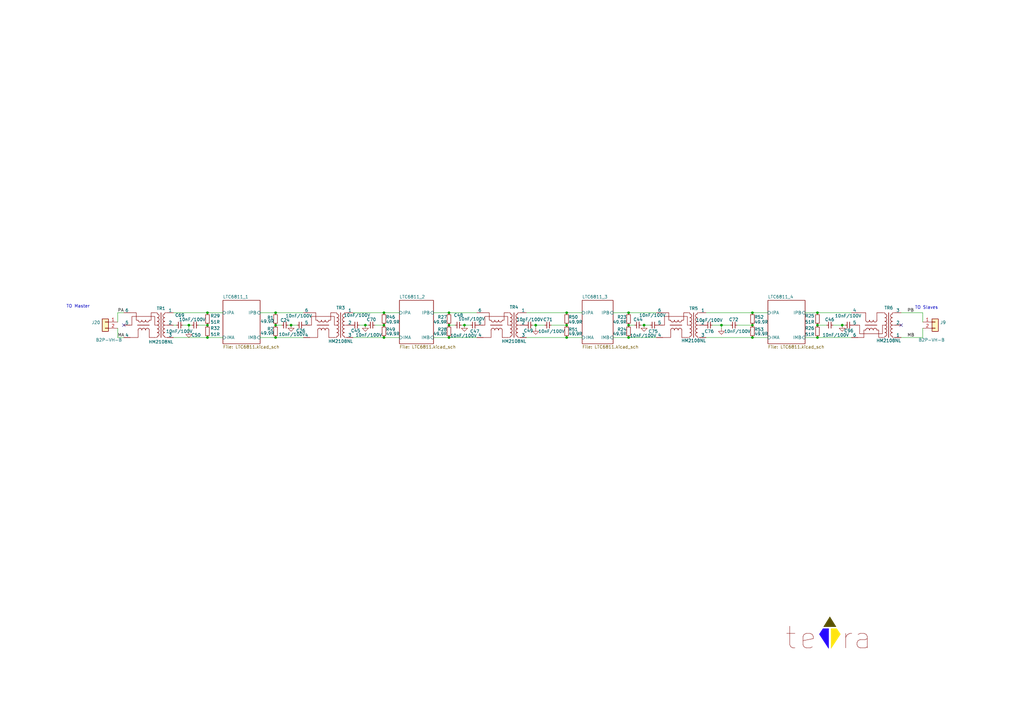
<source format=kicad_sch>
(kicad_sch
	(version 20231120)
	(generator "eeschema")
	(generator_version "8.0")
	(uuid "c41df499-68de-4aa0-9182-9e8acfd86439")
	(paper "A3")
	(lib_symbols
		(symbol "Library:C"
			(pin_numbers hide)
			(pin_names
				(offset 0.254)
			)
			(exclude_from_sim no)
			(in_bom yes)
			(on_board yes)
			(property "Reference" "C"
				(at 0.635 2.54 0)
				(effects
					(font
						(size 1.27 1.27)
					)
					(justify left)
				)
			)
			(property "Value" "C"
				(at 0.635 -2.54 0)
				(effects
					(font
						(size 1.27 1.27)
					)
					(justify left)
				)
			)
			(property "Footprint" ""
				(at 0.9652 -3.81 0)
				(effects
					(font
						(size 1.27 1.27)
					)
					(hide yes)
				)
			)
			(property "Datasheet" "~"
				(at 0 0 0)
				(effects
					(font
						(size 1.27 1.27)
					)
					(hide yes)
				)
			)
			(property "Description" "Unpolarized capacitor"
				(at 0 0 0)
				(effects
					(font
						(size 1.27 1.27)
					)
					(hide yes)
				)
			)
			(property "ki_keywords" "cap capacitor"
				(at 0 0 0)
				(effects
					(font
						(size 1.27 1.27)
					)
					(hide yes)
				)
			)
			(property "ki_fp_filters" "C_*"
				(at 0 0 0)
				(effects
					(font
						(size 1.27 1.27)
					)
					(hide yes)
				)
			)
			(symbol "C_1_1"
				(polyline
					(pts
						(xy -1.27 -0.508) (xy 1.27 -0.508)
					)
					(stroke
						(width 0.254)
						(type default)
					)
					(fill
						(type none)
					)
				)
				(polyline
					(pts
						(xy -1.27 0.508) (xy 1.27 0.508)
					)
					(stroke
						(width 0.254)
						(type default)
					)
					(fill
						(type none)
					)
				)
				(pin passive line
					(at 0 1.27 270)
					(length 0.762)
					(name "~"
						(effects
							(font
								(size 1.27 1.27)
							)
						)
					)
					(number "1"
						(effects
							(font
								(size 1.27 1.27)
							)
						)
					)
				)
				(pin passive line
					(at 0 -1.27 90)
					(length 0.762)
					(name "~"
						(effects
							(font
								(size 1.27 1.27)
							)
						)
					)
					(number "2"
						(effects
							(font
								(size 1.27 1.27)
							)
						)
					)
				)
			)
		)
		(symbol "Library:Conn_01x02"
			(pin_names
				(offset 1.016) hide)
			(exclude_from_sim no)
			(in_bom yes)
			(on_board yes)
			(property "Reference" "J"
				(at 0 2.54 0)
				(effects
					(font
						(size 1.27 1.27)
					)
				)
			)
			(property "Value" "Conn_01x02"
				(at 0 -5.08 0)
				(effects
					(font
						(size 1.27 1.27)
					)
				)
			)
			(property "Footprint" ""
				(at 0 0 0)
				(effects
					(font
						(size 1.27 1.27)
					)
					(hide yes)
				)
			)
			(property "Datasheet" "~"
				(at 0 0 0)
				(effects
					(font
						(size 1.27 1.27)
					)
					(hide yes)
				)
			)
			(property "Description" "Generic connector, single row, 01x02, script generated (kicad-library-utils/schlib/autogen/connector/)"
				(at 0 0 0)
				(effects
					(font
						(size 1.27 1.27)
					)
					(hide yes)
				)
			)
			(property "ki_keywords" "connector"
				(at 0 0 0)
				(effects
					(font
						(size 1.27 1.27)
					)
					(hide yes)
				)
			)
			(property "ki_fp_filters" "Connector*:*_1x??_*"
				(at 0 0 0)
				(effects
					(font
						(size 1.27 1.27)
					)
					(hide yes)
				)
			)
			(symbol "Conn_01x02_1_1"
				(rectangle
					(start -1.27 -2.413)
					(end 0 -2.667)
					(stroke
						(width 0.1524)
						(type default)
					)
					(fill
						(type none)
					)
				)
				(rectangle
					(start -1.27 0.127)
					(end 0 -0.127)
					(stroke
						(width 0.1524)
						(type default)
					)
					(fill
						(type none)
					)
				)
				(rectangle
					(start -1.27 1.27)
					(end 1.27 -3.81)
					(stroke
						(width 0.254)
						(type default)
					)
					(fill
						(type background)
					)
				)
				(pin passive line
					(at -5.08 0 0)
					(length 3.81)
					(name "Pin_1"
						(effects
							(font
								(size 1.27 1.27)
							)
						)
					)
					(number "1"
						(effects
							(font
								(size 1.27 1.27)
							)
						)
					)
				)
				(pin passive line
					(at -5.08 -2.54 0)
					(length 3.81)
					(name "Pin_2"
						(effects
							(font
								(size 1.27 1.27)
							)
						)
					)
					(number "2"
						(effects
							(font
								(size 1.27 1.27)
							)
						)
					)
				)
			)
		)
		(symbol "Library:GND_PACK"
			(power)
			(pin_names
				(offset 0)
			)
			(exclude_from_sim no)
			(in_bom yes)
			(on_board yes)
			(property "Reference" "#PWR"
				(at 0 -6.35 0)
				(effects
					(font
						(size 1.27 1.27)
					)
					(hide yes)
				)
			)
			(property "Value" "GND_PACK"
				(at 0 -3.81 0)
				(effects
					(font
						(size 1.27 1.27)
					)
				)
			)
			(property "Footprint" ""
				(at 0 0 0)
				(effects
					(font
						(size 1.27 1.27)
					)
					(hide yes)
				)
			)
			(property "Datasheet" ""
				(at 0 0 0)
				(effects
					(font
						(size 1.27 1.27)
					)
					(hide yes)
				)
			)
			(property "Description" "Power symbol creates a global label with name \"GND_PACK\" , ground"
				(at 0 0 0)
				(effects
					(font
						(size 1.27 1.27)
					)
					(hide yes)
				)
			)
			(property "ki_keywords" "global power"
				(at 0 0 0)
				(effects
					(font
						(size 1.27 1.27)
					)
					(hide yes)
				)
			)
			(symbol "GND_PACK_0_1"
				(polyline
					(pts
						(xy 0 0) (xy 0 -1.27) (xy 1.27 -1.27) (xy 0 -2.54) (xy -1.27 -1.27) (xy 0 -1.27)
					)
					(stroke
						(width 0)
						(type default)
					)
					(fill
						(type none)
					)
				)
			)
			(symbol "GND_PACK_1_1"
				(pin power_in line
					(at 0 0 270)
					(length 0) hide
					(name "GND_PACK"
						(effects
							(font
								(size 1.27 1.27)
							)
						)
					)
					(number "1"
						(effects
							(font
								(size 1.27 1.27)
							)
						)
					)
				)
			)
		)
		(symbol "Library:HM2108NL"
			(pin_numbers hide)
			(pin_names
				(offset 0)
			)
			(exclude_from_sim no)
			(in_bom yes)
			(on_board yes)
			(property "Reference" "TR"
				(at 0 -13.97 0)
				(effects
					(font
						(size 1.27 1.27)
					)
				)
			)
			(property "Value" "HM2108NL"
				(at -5.08 6.35 0)
				(effects
					(font
						(size 1.27 1.27)
					)
				)
			)
			(property "Footprint" ""
				(at 1.27 -2.54 0)
				(effects
					(font
						(size 1.27 1.27)
					)
					(hide yes)
				)
			)
			(property "Datasheet" ""
				(at 1.27 -2.54 0)
				(effects
					(font
						(size 1.27 1.27)
					)
					(hide yes)
				)
			)
			(property "Description" ""
				(at 0 0 0)
				(effects
					(font
						(size 1.27 1.27)
					)
					(hide yes)
				)
			)
			(symbol "HM2108NL_1_1"
				(arc
					(start -9.398 0.762)
					(mid -8.636 0.0033)
					(end -7.874 0.762)
					(stroke
						(width 0.2032)
						(type solid)
					)
					(fill
						(type none)
					)
				)
				(arc
					(start -7.874 -3.302)
					(mid -8.636 -2.5433)
					(end -9.398 -3.302)
					(stroke
						(width 0.2032)
						(type solid)
					)
					(fill
						(type none)
					)
				)
				(arc
					(start -7.874 0.762)
					(mid -7.112 0.0033)
					(end -6.35 0.762)
					(stroke
						(width 0.2032)
						(type solid)
					)
					(fill
						(type none)
					)
				)
				(arc
					(start -6.35 -3.302)
					(mid -7.112 -2.5433)
					(end -7.874 -3.302)
					(stroke
						(width 0.2032)
						(type solid)
					)
					(fill
						(type none)
					)
				)
				(arc
					(start -6.35 0.762)
					(mid -5.588 0.0033)
					(end -4.826 0.762)
					(stroke
						(width 0.2032)
						(type solid)
					)
					(fill
						(type none)
					)
				)
				(arc
					(start -4.826 -3.302)
					(mid -5.588 -2.5433)
					(end -6.35 -3.302)
					(stroke
						(width 0.2032)
						(type solid)
					)
					(fill
						(type none)
					)
				)
				(arc
					(start -1.524 -5.842)
					(mid -0.7653 -5.08)
					(end -1.524 -4.318)
					(stroke
						(width 0.2032)
						(type solid)
					)
					(fill
						(type none)
					)
				)
				(arc
					(start -1.524 -4.318)
					(mid -0.7653 -3.556)
					(end -1.524 -2.794)
					(stroke
						(width 0.2032)
						(type solid)
					)
					(fill
						(type none)
					)
				)
				(arc
					(start -1.524 -2.794)
					(mid -0.7653 -2.032)
					(end -1.524 -1.27)
					(stroke
						(width 0.2032)
						(type solid)
					)
					(fill
						(type none)
					)
				)
				(arc
					(start -1.524 -1.27)
					(mid -0.7653 -0.508)
					(end -1.524 0.254)
					(stroke
						(width 0.2032)
						(type solid)
					)
					(fill
						(type none)
					)
				)
				(arc
					(start -1.524 0.254)
					(mid -0.7653 1.016)
					(end -1.524 1.778)
					(stroke
						(width 0.2032)
						(type solid)
					)
					(fill
						(type none)
					)
				)
				(arc
					(start -1.524 1.778)
					(mid -0.7653 2.54)
					(end -1.524 3.302)
					(stroke
						(width 0.2032)
						(type solid)
					)
					(fill
						(type none)
					)
				)
				(polyline
					(pts
						(xy -12.7 -1.27) (xy -11.938 -1.27)
					)
					(stroke
						(width 0.1778)
						(type solid)
					)
					(fill
						(type none)
					)
				)
				(polyline
					(pts
						(xy -10.16 -6.35) (xy -12.7 -6.35)
					)
					(stroke
						(width 0.1778)
						(type solid)
					)
					(fill
						(type none)
					)
				)
				(polyline
					(pts
						(xy -9.652 -1.27) (xy -4.826 -1.27)
					)
					(stroke
						(width 0.254)
						(type solid)
					)
					(fill
						(type none)
					)
				)
				(polyline
					(pts
						(xy -4.826 0.762) (xy -4.826 3.81)
					)
					(stroke
						(width 0.1778)
						(type solid)
					)
					(fill
						(type none)
					)
				)
				(polyline
					(pts
						(xy -4.826 3.81) (xy -2.54 3.81)
					)
					(stroke
						(width 0.1778)
						(type solid)
					)
					(fill
						(type none)
					)
				)
				(polyline
					(pts
						(xy 0 -6.35) (xy 0 3.81)
					)
					(stroke
						(width 0.254)
						(type solid)
					)
					(fill
						(type none)
					)
				)
				(polyline
					(pts
						(xy -12.7 3.81) (xy -9.398 3.81) (xy -9.398 0.762)
					)
					(stroke
						(width 0.1778)
						(type solid)
					)
					(fill
						(type none)
					)
				)
				(polyline
					(pts
						(xy -10.16 -6.35) (xy -10.16 -3.302) (xy -9.398 -3.302)
					)
					(stroke
						(width 0.1778)
						(type solid)
					)
					(fill
						(type none)
					)
				)
				(polyline
					(pts
						(xy -1.524 -1.27) (xy -2.54 -1.27) (xy -2.54 -1.27)
					)
					(stroke
						(width 0)
						(type solid)
					)
					(fill
						(type outline)
					)
				)
				(polyline
					(pts
						(xy 1.524 -1.27) (xy 2.54 -1.27) (xy 2.54 -1.27)
					)
					(stroke
						(width 0)
						(type solid)
					)
					(fill
						(type outline)
					)
				)
				(polyline
					(pts
						(xy -4.826 -3.302) (xy -4.064 -3.302) (xy -4.064 -6.35) (xy -2.54 -6.35)
					)
					(stroke
						(width 0.1778)
						(type solid)
					)
					(fill
						(type none)
					)
				)
				(polyline
					(pts
						(xy -2.54 -1.27) (xy -2.54 -4.826) (xy -11.938 -4.826) (xy -11.938 -1.27)
					)
					(stroke
						(width 0.1778)
						(type solid)
					)
					(fill
						(type none)
					)
				)
				(polyline
					(pts
						(xy -1.524 -5.842) (xy -1.524 -6.35) (xy -2.54 -6.35) (xy -2.54 -6.35)
					)
					(stroke
						(width 0)
						(type solid)
					)
					(fill
						(type none)
					)
				)
				(polyline
					(pts
						(xy -1.524 3.302) (xy -1.524 3.81) (xy -2.54 3.81) (xy -2.54 3.81)
					)
					(stroke
						(width 0)
						(type solid)
					)
					(fill
						(type none)
					)
				)
				(polyline
					(pts
						(xy 1.524 -5.842) (xy 1.524 -6.35) (xy 2.54 -6.35) (xy 2.54 -6.35)
					)
					(stroke
						(width 0)
						(type solid)
					)
					(fill
						(type none)
					)
				)
				(polyline
					(pts
						(xy 1.524 3.302) (xy 1.524 3.81) (xy 2.54 3.81) (xy 2.54 3.81)
					)
					(stroke
						(width 0)
						(type solid)
					)
					(fill
						(type none)
					)
				)
				(arc
					(start 1.524 -4.318)
					(mid 0.7653 -5.08)
					(end 1.524 -5.842)
					(stroke
						(width 0.2032)
						(type solid)
					)
					(fill
						(type none)
					)
				)
				(arc
					(start 1.524 -2.794)
					(mid 0.7653 -3.556)
					(end 1.524 -4.318)
					(stroke
						(width 0.2032)
						(type solid)
					)
					(fill
						(type none)
					)
				)
				(arc
					(start 1.524 -1.27)
					(mid 0.7653 -2.032)
					(end 1.524 -2.794)
					(stroke
						(width 0.2032)
						(type solid)
					)
					(fill
						(type none)
					)
				)
				(arc
					(start 1.524 0.254)
					(mid 0.7653 -0.508)
					(end 1.524 -1.27)
					(stroke
						(width 0.2032)
						(type solid)
					)
					(fill
						(type none)
					)
				)
				(arc
					(start 1.524 1.778)
					(mid 0.7653 1.016)
					(end 1.524 0.254)
					(stroke
						(width 0.2032)
						(type solid)
					)
					(fill
						(type none)
					)
				)
				(arc
					(start 1.524 3.302)
					(mid 0.7653 2.54)
					(end 1.524 1.778)
					(stroke
						(width 0.2032)
						(type solid)
					)
					(fill
						(type none)
					)
				)
				(pin passive line
					(at 5.08 -6.35 180)
					(length 2.54)
					(name "1"
						(effects
							(font
								(size 1.27 1.27)
							)
						)
					)
					(number "1"
						(effects
							(font
								(size 1.27 1.27)
							)
						)
					)
				)
				(pin passive line
					(at 5.08 -1.27 180)
					(length 2.54)
					(name "2"
						(effects
							(font
								(size 1.27 1.27)
							)
						)
					)
					(number "2"
						(effects
							(font
								(size 1.27 1.27)
							)
						)
					)
				)
				(pin passive line
					(at 5.08 3.81 180)
					(length 2.54)
					(name "3"
						(effects
							(font
								(size 1.27 1.27)
							)
						)
					)
					(number "3"
						(effects
							(font
								(size 1.27 1.27)
							)
						)
					)
				)
				(pin passive line
					(at -15.24 3.81 0)
					(length 2.54)
					(name "4"
						(effects
							(font
								(size 1.27 1.27)
							)
						)
					)
					(number "4"
						(effects
							(font
								(size 1.27 1.27)
							)
						)
					)
				)
				(pin passive line
					(at -15.24 -1.27 0)
					(length 2.54)
					(name "5"
						(effects
							(font
								(size 1.27 1.27)
							)
						)
					)
					(number "5"
						(effects
							(font
								(size 1.27 1.27)
							)
						)
					)
				)
				(pin passive line
					(at -15.24 -6.35 0)
					(length 2.54)
					(name "6"
						(effects
							(font
								(size 1.27 1.27)
							)
						)
					)
					(number "6"
						(effects
							(font
								(size 1.27 1.27)
							)
						)
					)
				)
			)
		)
		(symbol "Library:Logo_Tetra"
			(exclude_from_sim no)
			(in_bom yes)
			(on_board yes)
			(property "Reference" "U"
				(at -0.762 0 0)
				(effects
					(font
						(size 1.27 1.27)
					)
				)
			)
			(property "Value" ""
				(at -0.762 0 0)
				(effects
					(font
						(size 1.27 1.27)
					)
				)
			)
			(property "Footprint" ""
				(at -0.762 0 0)
				(effects
					(font
						(size 1.27 1.27)
					)
					(hide yes)
				)
			)
			(property "Datasheet" ""
				(at -0.762 0 0)
				(effects
					(font
						(size 1.27 1.27)
					)
					(hide yes)
				)
			)
			(property "Description" ""
				(at -0.762 0 0)
				(effects
					(font
						(size 1.27 1.27)
					)
					(hide yes)
				)
			)
			(symbol "Logo_Tetra_1_1"
				(polyline
					(pts
						(xy 0 7.366) (xy -2.54 3.302) (xy 2.54 3.302) (xy 0 7.366)
					)
					(stroke
						(width 0)
						(type default)
						(color 88 80 0 1)
					)
					(fill
						(type color)
						(color 88 80 0 1)
					)
				)
				(polyline
					(pts
						(xy -0.508 2.54) (xy -2.794 2.54) (xy -4.318 0.254) (xy -0.508 -5.588) (xy -0.508 2.54)
					)
					(stroke
						(width 0)
						(type default)
						(color 38 9 255 1)
					)
					(fill
						(type color)
						(color 38 9 255 1)
					)
				)
				(polyline
					(pts
						(xy 0.508 2.54) (xy 2.794 2.54) (xy 4.318 0.254) (xy 0.508 -5.588) (xy 0.508 2.54)
					)
					(stroke
						(width 0)
						(type default)
						(color 255 228 16 1)
					)
					(fill
						(type color)
						(color 255 228 16 1)
					)
				)
				(text "a"
					(at 13.462 -1.27 0)
					(effects
						(font
							(face "KiCad Font")
							(size 8.89 8.89)
						)
					)
				)
				(text "e"
					(at -8.89 -1.27 0)
					(effects
						(font
							(face "KiCad Font")
							(size 8.89 8.89)
						)
					)
				)
				(text "r"
					(at 7.112 -1.27 0)
					(effects
						(font
							(size 8.89 8.89)
						)
					)
				)
				(text "t"
					(at -16.002 -1.27 0)
					(effects
						(font
							(size 8.89 8.89)
						)
					)
				)
			)
		)
		(symbol "Library:R_Small"
			(pin_numbers hide)
			(pin_names
				(offset 0.254) hide)
			(exclude_from_sim no)
			(in_bom yes)
			(on_board yes)
			(property "Reference" "R"
				(at 0.762 0.508 0)
				(effects
					(font
						(size 1.27 1.27)
					)
					(justify left)
				)
			)
			(property "Value" "R_Small"
				(at 0.762 -1.016 0)
				(effects
					(font
						(size 1.27 1.27)
					)
					(justify left)
				)
			)
			(property "Footprint" ""
				(at 0 0 0)
				(effects
					(font
						(size 1.27 1.27)
					)
					(hide yes)
				)
			)
			(property "Datasheet" "~"
				(at 0 0 0)
				(effects
					(font
						(size 1.27 1.27)
					)
					(hide yes)
				)
			)
			(property "Description" "Resistor, small symbol"
				(at 0 0 0)
				(effects
					(font
						(size 1.27 1.27)
					)
					(hide yes)
				)
			)
			(property "ki_keywords" "R resistor"
				(at 0 0 0)
				(effects
					(font
						(size 1.27 1.27)
					)
					(hide yes)
				)
			)
			(property "ki_fp_filters" "R_*"
				(at 0 0 0)
				(effects
					(font
						(size 1.27 1.27)
					)
					(hide yes)
				)
			)
			(symbol "R_Small_0_1"
				(rectangle
					(start -0.762 1.778)
					(end 0.762 -1.778)
					(stroke
						(width 0.2032)
						(type default)
					)
					(fill
						(type none)
					)
				)
			)
			(symbol "R_Small_1_1"
				(pin passive line
					(at 0 2.54 270)
					(length 0.762)
					(name "~"
						(effects
							(font
								(size 1.27 1.27)
							)
						)
					)
					(number "1"
						(effects
							(font
								(size 1.27 1.27)
							)
						)
					)
				)
				(pin passive line
					(at 0 -2.54 90)
					(length 0.762)
					(name "~"
						(effects
							(font
								(size 1.27 1.27)
							)
						)
					)
					(number "2"
						(effects
							(font
								(size 1.27 1.27)
							)
						)
					)
				)
			)
		)
	)
	(junction
		(at 85.09 128.27)
		(diameter 0)
		(color 0 0 0 0)
		(uuid "0705ff24-0584-4fab-8b3a-47a5e30c5646")
	)
	(junction
		(at 308.61 133.35)
		(diameter 0)
		(color 0 0 0 0)
		(uuid "09e1b038-7073-43e2-82eb-70d87bec7467")
	)
	(junction
		(at 257.81 133.35)
		(diameter 0)
		(color 0 0 0 0)
		(uuid "0cfe0e80-63a6-49f1-9f3b-b748878a6c6f")
	)
	(junction
		(at 219.71 133.35)
		(diameter 0)
		(color 0 0 0 0)
		(uuid "2d311b83-772c-4421-b9f3-4259a5be858b")
	)
	(junction
		(at 157.48 133.35)
		(diameter 0)
		(color 0 0 0 0)
		(uuid "328115e1-1b51-49ee-9c68-84a891253d4f")
	)
	(junction
		(at 184.15 138.43)
		(diameter 0)
		(color 0 0 0 0)
		(uuid "32fc2401-d26f-40c0-9dd9-68fad945fba7")
	)
	(junction
		(at 257.81 128.27)
		(diameter 0)
		(color 0 0 0 0)
		(uuid "3d6495b3-9931-41a3-b1fb-d66deafc467b")
	)
	(junction
		(at 335.28 128.27)
		(diameter 0)
		(color 0 0 0 0)
		(uuid "458562f4-f4f2-4000-a0a7-94d83d488d53")
	)
	(junction
		(at 308.61 138.43)
		(diameter 0)
		(color 0 0 0 0)
		(uuid "5f7b6331-3782-4221-8fba-7c9afd900c28")
	)
	(junction
		(at 77.47 133.35)
		(diameter 0)
		(color 0 0 0 0)
		(uuid "6460ab8f-2ce3-400a-b1fa-9a2fabe53ec1")
	)
	(junction
		(at 184.15 133.35)
		(diameter 0)
		(color 0 0 0 0)
		(uuid "64f1c2be-1d78-4e01-94c9-e281334f5044")
	)
	(junction
		(at 335.28 138.43)
		(diameter 0)
		(color 0 0 0 0)
		(uuid "65f0b069-6ea2-4523-863e-3d168303950f")
	)
	(junction
		(at 157.48 128.27)
		(diameter 0)
		(color 0 0 0 0)
		(uuid "6ae61f26-ab3b-4376-ae01-ecdab1406cf0")
	)
	(junction
		(at 232.41 128.27)
		(diameter 0)
		(color 0 0 0 0)
		(uuid "79c1b233-c03e-4a92-86e6-ea65adb87c46")
	)
	(junction
		(at 257.81 138.43)
		(diameter 0)
		(color 0 0 0 0)
		(uuid "7b0dfd8e-34f8-4287-8ee8-11df43adde81")
	)
	(junction
		(at 85.09 133.35)
		(diameter 0)
		(color 0 0 0 0)
		(uuid "7f8fec73-86d7-4d2c-97d4-9fee14e21690")
	)
	(junction
		(at 157.48 138.43)
		(diameter 0)
		(color 0 0 0 0)
		(uuid "8dd27447-a24e-4f6c-bc8f-9a99e0bec5cd")
	)
	(junction
		(at 119.38 133.35)
		(diameter 0)
		(color 0 0 0 0)
		(uuid "91086ea8-d3e4-41a2-8b64-4e136224384c")
	)
	(junction
		(at 149.86 133.35)
		(diameter 0)
		(color 0 0 0 0)
		(uuid "950d1365-b806-46b5-8db0-f4148f75ebed")
	)
	(junction
		(at 232.41 133.35)
		(diameter 0)
		(color 0 0 0 0)
		(uuid "95801899-29db-4b17-9551-2da027c91e02")
	)
	(junction
		(at 190.5 133.35)
		(diameter 0)
		(color 0 0 0 0)
		(uuid "99586fa6-2775-4e58-9d59-78ba57b9fd20")
	)
	(junction
		(at 113.03 128.27)
		(diameter 0)
		(color 0 0 0 0)
		(uuid "afd28608-f2e8-42f2-a3f4-cc5505cd674d")
	)
	(junction
		(at 113.03 138.43)
		(diameter 0)
		(color 0 0 0 0)
		(uuid "b7408174-56ae-4c77-8c90-f70a4eb4ede5")
	)
	(junction
		(at 264.16 133.35)
		(diameter 0)
		(color 0 0 0 0)
		(uuid "ba0971ef-29c3-4f70-8e2e-0ffb1383c89b")
	)
	(junction
		(at 335.28 133.35)
		(diameter 0)
		(color 0 0 0 0)
		(uuid "c08207cf-f954-4e27-a973-1b977ca1bb1d")
	)
	(junction
		(at 113.03 133.35)
		(diameter 0)
		(color 0 0 0 0)
		(uuid "ec776644-f3d5-43d0-9cb3-2ccaa552f378")
	)
	(junction
		(at 184.15 128.27)
		(diameter 0)
		(color 0 0 0 0)
		(uuid "ec809a34-0654-45df-a04f-e2913f5fc6a2")
	)
	(junction
		(at 345.44 133.35)
		(diameter 0)
		(color 0 0 0 0)
		(uuid "eefb2876-01da-4dbb-9c66-a7a4d9d1420a")
	)
	(junction
		(at 308.61 128.27)
		(diameter 0)
		(color 0 0 0 0)
		(uuid "f3be1d14-5634-446e-9e86-86bc1b3992b7")
	)
	(junction
		(at 232.41 138.43)
		(diameter 0)
		(color 0 0 0 0)
		(uuid "f95535a9-141b-4627-9629-383be2160773")
	)
	(junction
		(at 295.91 133.35)
		(diameter 0)
		(color 0 0 0 0)
		(uuid "fc0d60f1-8b9b-417b-9e95-f041eedc2ba9")
	)
	(junction
		(at 85.09 138.43)
		(diameter 0)
		(color 0 0 0 0)
		(uuid "fcf6f6c4-0afa-4b15-8dc9-ebf9fc8d4ad0")
	)
	(no_connect
		(at 369.57 133.35)
		(uuid "4e9126e3-433a-4a99-8887-9b04d89ab2f2")
	)
	(no_connect
		(at 50.8 133.35)
		(uuid "7fd9994b-daec-4346-bed9-fa8f7119103c")
	)
	(wire
		(pts
			(xy 215.9 138.43) (xy 232.41 138.43)
		)
		(stroke
			(width 0)
			(type default)
		)
		(uuid "026d5bda-13df-477f-9114-048a41c18074")
	)
	(wire
		(pts
			(xy 71.12 133.35) (xy 72.39 133.35)
		)
		(stroke
			(width 0)
			(type default)
		)
		(uuid "0515cb03-909f-4e21-b439-d4dfb1de9cf6")
	)
	(wire
		(pts
			(xy 184.15 128.27) (xy 195.58 128.27)
		)
		(stroke
			(width 0)
			(type default)
		)
		(uuid "055dc9f3-1598-452b-a0dc-89e279fc8a48")
	)
	(wire
		(pts
			(xy 292.1 133.35) (xy 295.91 133.35)
		)
		(stroke
			(width 0)
			(type default)
		)
		(uuid "0941cad5-4b47-4509-a698-dc088f050e81")
	)
	(wire
		(pts
			(xy 257.81 128.27) (xy 269.24 128.27)
		)
		(stroke
			(width 0)
			(type default)
		)
		(uuid "0fe9c83d-0bd3-4599-9059-ba31bcecec13")
	)
	(wire
		(pts
			(xy 144.78 138.43) (xy 157.48 138.43)
		)
		(stroke
			(width 0)
			(type default)
		)
		(uuid "12c97bc9-476d-4d8a-81be-93f898bc9c94")
	)
	(wire
		(pts
			(xy 295.91 134.62) (xy 295.91 133.35)
		)
		(stroke
			(width 0)
			(type default)
		)
		(uuid "1470b3bb-dd1b-441f-afbf-28f6d9046ef5")
	)
	(wire
		(pts
			(xy 289.56 128.27) (xy 308.61 128.27)
		)
		(stroke
			(width 0)
			(type default)
		)
		(uuid "1b0dbf3c-e2fa-41c7-a7a4-ca93779d390c")
	)
	(wire
		(pts
			(xy 302.26 133.35) (xy 308.61 133.35)
		)
		(stroke
			(width 0)
			(type default)
		)
		(uuid "1bb82422-02bd-48b0-9e0d-50cee1cc3bfe")
	)
	(wire
		(pts
			(xy 119.38 133.35) (xy 121.92 133.35)
		)
		(stroke
			(width 0)
			(type default)
		)
		(uuid "2882c383-0362-4517-9d68-555a172b139f")
	)
	(wire
		(pts
			(xy 147.32 133.35) (xy 149.86 133.35)
		)
		(stroke
			(width 0)
			(type default)
		)
		(uuid "28ecab1c-dbb6-46cd-ab0c-2230b4821c41")
	)
	(wire
		(pts
			(xy 71.12 128.27) (xy 85.09 128.27)
		)
		(stroke
			(width 0)
			(type default)
		)
		(uuid "318ea3de-267b-4261-a662-c7d393948544")
	)
	(wire
		(pts
			(xy 77.47 133.35) (xy 77.47 135.89)
		)
		(stroke
			(width 0)
			(type default)
		)
		(uuid "371a4f47-48b6-4fb4-94cf-b9f2a681cd45")
	)
	(wire
		(pts
			(xy 341.63 133.35) (xy 345.44 133.35)
		)
		(stroke
			(width 0)
			(type default)
		)
		(uuid "3ca90789-3d9f-471d-831c-38bdd24962d3")
	)
	(wire
		(pts
			(xy 257.81 133.35) (xy 260.35 133.35)
		)
		(stroke
			(width 0)
			(type default)
		)
		(uuid "3ef3549e-ab01-4acd-86a7-7e2afbb978ee")
	)
	(wire
		(pts
			(xy 71.12 138.43) (xy 85.09 138.43)
		)
		(stroke
			(width 0)
			(type default)
		)
		(uuid "4389a8ad-188a-40fd-aae5-93f8ddff353f")
	)
	(wire
		(pts
			(xy 335.28 133.35) (xy 339.09 133.35)
		)
		(stroke
			(width 0)
			(type default)
		)
		(uuid "4690b794-f260-4858-945b-8fbb46c6d933")
	)
	(wire
		(pts
			(xy 251.46 128.27) (xy 257.81 128.27)
		)
		(stroke
			(width 0)
			(type default)
		)
		(uuid "46fe4826-04cb-4473-b3f2-71292ef59e0f")
	)
	(wire
		(pts
			(xy 262.89 133.35) (xy 264.16 133.35)
		)
		(stroke
			(width 0)
			(type default)
		)
		(uuid "4a268fd1-4f47-4946-8ca2-f0552194c93e")
	)
	(wire
		(pts
			(xy 177.8 128.27) (xy 184.15 128.27)
		)
		(stroke
			(width 0)
			(type default)
		)
		(uuid "4be926ef-050b-4035-b2a4-5051e967f0f7")
	)
	(wire
		(pts
			(xy 48.26 138.43) (xy 50.8 138.43)
		)
		(stroke
			(width 0)
			(type default)
		)
		(uuid "4f3b0a25-6d61-45f1-a544-8a01e65b878f")
	)
	(wire
		(pts
			(xy 335.28 128.27) (xy 349.25 128.27)
		)
		(stroke
			(width 0)
			(type default)
		)
		(uuid "5194346c-abb2-4609-9ce5-f039223435e2")
	)
	(wire
		(pts
			(xy 330.2 138.43) (xy 335.28 138.43)
		)
		(stroke
			(width 0)
			(type default)
		)
		(uuid "52967050-7996-4201-b246-233e5ef57cca")
	)
	(wire
		(pts
			(xy 308.61 138.43) (xy 314.96 138.43)
		)
		(stroke
			(width 0)
			(type default)
		)
		(uuid "53c815d5-ed3e-4b8f-a05e-960fa1e10c0a")
	)
	(wire
		(pts
			(xy 184.15 133.35) (xy 186.69 133.35)
		)
		(stroke
			(width 0)
			(type default)
		)
		(uuid "595a5668-5e1d-43be-9b0c-a6cad6ea6346")
	)
	(wire
		(pts
			(xy 190.5 133.35) (xy 193.04 133.35)
		)
		(stroke
			(width 0)
			(type default)
		)
		(uuid "64a65d19-79c6-469d-b6d9-2287888bad8c")
	)
	(wire
		(pts
			(xy 330.2 128.27) (xy 335.28 128.27)
		)
		(stroke
			(width 0)
			(type default)
		)
		(uuid "64dfd240-c910-4517-b9df-d77d9ebf1fa0")
	)
	(wire
		(pts
			(xy 85.09 128.27) (xy 91.44 128.27)
		)
		(stroke
			(width 0)
			(type default)
		)
		(uuid "67f71066-5522-4ffc-a036-25af2fe22190")
	)
	(wire
		(pts
			(xy 219.71 133.35) (xy 218.44 133.35)
		)
		(stroke
			(width 0)
			(type default)
		)
		(uuid "6e8c0ecd-3ad7-43b3-9a3d-81abb4e47bbd")
	)
	(wire
		(pts
			(xy 369.57 138.43) (xy 378.46 138.43)
		)
		(stroke
			(width 0)
			(type default)
		)
		(uuid "6ee1d74f-3575-4e5d-a0dd-553bed8b1a76")
	)
	(wire
		(pts
			(xy 251.46 138.43) (xy 257.81 138.43)
		)
		(stroke
			(width 0)
			(type default)
		)
		(uuid "6f07d1b0-2b58-4d38-81e2-0b75145952aa")
	)
	(wire
		(pts
			(xy 81.28 133.35) (xy 85.09 133.35)
		)
		(stroke
			(width 0)
			(type default)
		)
		(uuid "736e9efa-931b-4c80-958f-a5502fba3b76")
	)
	(wire
		(pts
			(xy 378.46 138.43) (xy 378.46 134.62)
		)
		(stroke
			(width 0)
			(type default)
		)
		(uuid "75342cfc-ce5d-492c-b0cb-cef3139cc243")
	)
	(wire
		(pts
			(xy 219.71 133.35) (xy 219.71 134.62)
		)
		(stroke
			(width 0)
			(type default)
		)
		(uuid "790da6ee-3da5-4647-8dae-8490d9d8ec30")
	)
	(wire
		(pts
			(xy 289.56 138.43) (xy 308.61 138.43)
		)
		(stroke
			(width 0)
			(type default)
		)
		(uuid "82e8aeda-1b90-4b98-96bb-66f05c21e036")
	)
	(wire
		(pts
			(xy 232.41 138.43) (xy 238.76 138.43)
		)
		(stroke
			(width 0)
			(type default)
		)
		(uuid "885975ad-eea4-448e-97c1-5cf55b6cf319")
	)
	(wire
		(pts
			(xy 48.26 128.27) (xy 48.26 132.08)
		)
		(stroke
			(width 0)
			(type default)
		)
		(uuid "8f06e762-8e5d-4e4d-923e-ce983c2d8551")
	)
	(wire
		(pts
			(xy 157.48 138.43) (xy 163.83 138.43)
		)
		(stroke
			(width 0)
			(type default)
		)
		(uuid "90fa303f-3668-451b-ba40-909c48ceb6dd")
	)
	(wire
		(pts
			(xy 113.03 128.27) (xy 124.46 128.27)
		)
		(stroke
			(width 0)
			(type default)
		)
		(uuid "929b260e-2429-48cb-91ba-21a6e8f0e903")
	)
	(wire
		(pts
			(xy 232.41 128.27) (xy 238.76 128.27)
		)
		(stroke
			(width 0)
			(type default)
		)
		(uuid "97ec93ba-33a4-453d-b24e-01166b225a9b")
	)
	(wire
		(pts
			(xy 378.46 128.27) (xy 378.46 132.08)
		)
		(stroke
			(width 0)
			(type default)
		)
		(uuid "99f8f67a-c427-4bbb-9370-c20de5edb07e")
	)
	(wire
		(pts
			(xy 144.78 128.27) (xy 157.48 128.27)
		)
		(stroke
			(width 0)
			(type default)
		)
		(uuid "a0b1586b-b6d6-47b4-aa88-6d81543eb819")
	)
	(wire
		(pts
			(xy 157.48 128.27) (xy 163.83 128.27)
		)
		(stroke
			(width 0)
			(type default)
		)
		(uuid "a240eed0-e2d0-40b3-99c2-4eda939d0878")
	)
	(wire
		(pts
			(xy 189.23 133.35) (xy 190.5 133.35)
		)
		(stroke
			(width 0)
			(type default)
		)
		(uuid "a26747f7-90c9-4035-8fd3-f1a819b23e2d")
	)
	(wire
		(pts
			(xy 106.68 138.43) (xy 113.03 138.43)
		)
		(stroke
			(width 0)
			(type default)
		)
		(uuid "a4ce5d1b-7892-400d-a372-c3d6f2d5b949")
	)
	(wire
		(pts
			(xy 106.68 128.27) (xy 113.03 128.27)
		)
		(stroke
			(width 0)
			(type default)
		)
		(uuid "ab713703-fdb1-4c1f-b9b1-6a2e3e4048ca")
	)
	(wire
		(pts
			(xy 113.03 133.35) (xy 115.57 133.35)
		)
		(stroke
			(width 0)
			(type default)
		)
		(uuid "ab9b4c8c-1fd9-4433-b53c-2117d508af59")
	)
	(wire
		(pts
			(xy 335.28 138.43) (xy 349.25 138.43)
		)
		(stroke
			(width 0)
			(type default)
		)
		(uuid "ada6a35d-cadf-4ef4-9a63-17ca719e50df")
	)
	(wire
		(pts
			(xy 113.03 138.43) (xy 124.46 138.43)
		)
		(stroke
			(width 0)
			(type default)
		)
		(uuid "b24dc63e-3641-42ab-8e61-2e758e7bbdaa")
	)
	(wire
		(pts
			(xy 77.47 133.35) (xy 78.74 133.35)
		)
		(stroke
			(width 0)
			(type default)
		)
		(uuid "b3bc7dc1-7c25-4c6f-8529-632e0f9cc9dd")
	)
	(wire
		(pts
			(xy 369.57 128.27) (xy 378.46 128.27)
		)
		(stroke
			(width 0)
			(type default)
		)
		(uuid "b4a8c125-c5ff-4be1-8758-32d4712ac70a")
	)
	(wire
		(pts
			(xy 226.06 133.35) (xy 232.41 133.35)
		)
		(stroke
			(width 0)
			(type default)
		)
		(uuid "b570a953-b1b5-4f4f-9a73-f6906b5cc037")
	)
	(wire
		(pts
			(xy 345.44 133.35) (xy 346.71 133.35)
		)
		(stroke
			(width 0)
			(type default)
		)
		(uuid "b840abaf-4c8f-4d44-a063-21b115b1506e")
	)
	(wire
		(pts
			(xy 118.11 133.35) (xy 119.38 133.35)
		)
		(stroke
			(width 0)
			(type default)
		)
		(uuid "b9be9968-efe3-478c-9dc7-95e41a8e3d3f")
	)
	(wire
		(pts
			(xy 215.9 128.27) (xy 232.41 128.27)
		)
		(stroke
			(width 0)
			(type default)
		)
		(uuid "c11cf44e-7f8d-45c0-8c29-bdfae159dbf3")
	)
	(wire
		(pts
			(xy 177.8 138.43) (xy 184.15 138.43)
		)
		(stroke
			(width 0)
			(type default)
		)
		(uuid "c5cc9c48-dcc1-4686-8db9-349df05ef020")
	)
	(wire
		(pts
			(xy 219.71 133.35) (xy 223.52 133.35)
		)
		(stroke
			(width 0)
			(type default)
		)
		(uuid "c700c29b-7434-4081-8e28-7cd563b918a4")
	)
	(wire
		(pts
			(xy 295.91 133.35) (xy 299.72 133.35)
		)
		(stroke
			(width 0)
			(type default)
		)
		(uuid "c7489c2f-c6f6-4bc8-a632-7b641ca8c109")
	)
	(wire
		(pts
			(xy 264.16 133.35) (xy 266.7 133.35)
		)
		(stroke
			(width 0)
			(type default)
		)
		(uuid "c97e26bb-dc03-4f7b-a3ce-72da709300d7")
	)
	(wire
		(pts
			(xy 257.81 138.43) (xy 269.24 138.43)
		)
		(stroke
			(width 0)
			(type default)
		)
		(uuid "ca1f594e-6c9c-4f4c-8498-b9737253d810")
	)
	(wire
		(pts
			(xy 149.86 133.35) (xy 151.13 133.35)
		)
		(stroke
			(width 0)
			(type default)
		)
		(uuid "cb5efa69-a2d2-43be-b4e6-a0bceb0cf28d")
	)
	(wire
		(pts
			(xy 48.26 134.62) (xy 48.26 138.43)
		)
		(stroke
			(width 0)
			(type default)
		)
		(uuid "cd5f492c-7a52-409e-9dbb-b0ecd92e73f7")
	)
	(wire
		(pts
			(xy 48.26 128.27) (xy 50.8 128.27)
		)
		(stroke
			(width 0)
			(type default)
		)
		(uuid "d211e202-2a42-40cf-8e53-3dea8a64f029")
	)
	(wire
		(pts
			(xy 153.67 133.35) (xy 157.48 133.35)
		)
		(stroke
			(width 0)
			(type default)
		)
		(uuid "d982ebdb-cc39-4fdd-bae4-b5e1eee22076")
	)
	(wire
		(pts
			(xy 85.09 138.43) (xy 91.44 138.43)
		)
		(stroke
			(width 0)
			(type default)
		)
		(uuid "e60f1936-7677-40f9-87e3-689ba99967a1")
	)
	(wire
		(pts
			(xy 74.93 133.35) (xy 77.47 133.35)
		)
		(stroke
			(width 0)
			(type default)
		)
		(uuid "eb53881c-c96f-4596-8c6d-1e6159f34398")
	)
	(wire
		(pts
			(xy 308.61 128.27) (xy 314.96 128.27)
		)
		(stroke
			(width 0)
			(type default)
		)
		(uuid "f0645e93-543a-43cc-be21-da0e3f359191")
	)
	(wire
		(pts
			(xy 184.15 138.43) (xy 195.58 138.43)
		)
		(stroke
			(width 0)
			(type default)
		)
		(uuid "f7f7736c-aed4-40b5-beb9-3118a2de88b2")
	)
	(text "TO Master"
		(exclude_from_sim no)
		(at 32.004 125.73 0)
		(effects
			(font
				(size 1.27 1.27)
			)
		)
		(uuid "8511b27d-a852-4513-ba63-a4f671833e67")
	)
	(text "TO Slaves"
		(exclude_from_sim no)
		(at 379.984 126.238 0)
		(effects
			(font
				(size 1.27 1.27)
			)
		)
		(uuid "bb924d7b-5bc6-46bc-af1f-92ef2f0be2d1")
	)
	(label "MB"
		(at 372.11 138.43 0)
		(fields_autoplaced yes)
		(effects
			(font
				(size 1.27 1.27)
			)
			(justify left bottom)
		)
		(uuid "9e63c89f-6981-4ec7-8302-647f6af11d56")
	)
	(label "PA"
		(at 48.26 128.27 0)
		(fields_autoplaced yes)
		(effects
			(font
				(size 1.27 1.27)
			)
			(justify left bottom)
		)
		(uuid "a29d5bd1-129c-46c5-b99f-45ddf3bb9d1b")
	)
	(label "MA"
		(at 48.26 138.43 0)
		(fields_autoplaced yes)
		(effects
			(font
				(size 1.27 1.27)
			)
			(justify left bottom)
		)
		(uuid "b67fa176-2c35-4152-b6c7-89411e819c6d")
	)
	(label "PB"
		(at 372.11 128.27 0)
		(fields_autoplaced yes)
		(effects
			(font
				(size 1.27 1.27)
			)
			(justify left bottom)
		)
		(uuid "fb62f30c-d08f-40b1-a5db-db3122f17b55")
	)
	(symbol
		(lib_id "Library:C")
		(at 152.4 133.35 270)
		(mirror x)
		(unit 1)
		(exclude_from_sim no)
		(in_bom yes)
		(on_board yes)
		(dnp no)
		(uuid "01172e7e-4ef7-418d-b07c-9e31635c6070")
		(property "Reference" "C70"
			(at 150.368 131.064 90)
			(effects
				(font
					(size 1.27 1.27)
				)
				(justify left)
			)
		)
		(property "Value" "10nF/100V"
			(at 145.796 137.414 90)
			(effects
				(font
					(size 1.27 1.27)
				)
				(justify left)
			)
		)
		(property "Footprint" "Capacitor_SMD:C_0603_1608Metric"
			(at 148.59 132.3848 0)
			(effects
				(font
					(size 1.27 1.27)
				)
				(hide yes)
			)
		)
		(property "Datasheet" "https://content.kemet.com/datasheets/KEM_X7R_FT_VW_AUDI.pdf"
			(at 152.4 133.35 0)
			(effects
				(font
					(size 1.27 1.27)
				)
				(hide yes)
			)
		)
		(property "Description" "10000 pF ±10% 100V Ceramic Capacitor X7R 0603 (1608 Metric)"
			(at 152.4 133.35 0)
			(effects
				(font
					(size 1.27 1.27)
				)
				(hide yes)
			)
		)
		(property "MPN" "C0603X103K1RAC3316"
			(at 152.4 133.35 0)
			(effects
				(font
					(size 1.27 1.27)
				)
				(hide yes)
			)
		)
		(property "Link" "https://www.digikey.jp/en/products/detail/kemet/C0603X103K1RAC3316/10315782"
			(at 152.4 133.35 0)
			(effects
				(font
					(size 1.27 1.27)
				)
				(hide yes)
			)
		)
		(pin "1"
			(uuid "0331f375-26fb-4c12-8f67-808b5efb4e21")
		)
		(pin "2"
			(uuid "6b7da889-1a12-4ecb-94c4-ff9de0958aa9")
		)
		(instances
			(project "LTC6811_ESP32_V3"
				(path "/6a86ff6f-b159-4c4c-8a40-e732cc82e010/6b51f869-3fd5-42f9-b3ca-66a1d105433e"
					(reference "C70")
					(unit 1)
				)
			)
		)
	)
	(symbol
		(lib_id "Library:HM2108NL")
		(at 66.04 134.62 0)
		(mirror x)
		(unit 1)
		(exclude_from_sim no)
		(in_bom yes)
		(on_board yes)
		(dnp no)
		(uuid "063650ad-299a-46bb-a808-27f115a0cad0")
		(property "Reference" "TR1"
			(at 66.04 126.492 0)
			(effects
				(font
					(size 1.27 1.27)
				)
			)
		)
		(property "Value" "HM2108NL"
			(at 66.04 140.208 0)
			(effects
				(font
					(size 1.27 1.27)
				)
			)
		)
		(property "Footprint" "Transformer_SMD:HM2108NL"
			(at 67.31 132.08 0)
			(effects
				(font
					(size 1.27 1.27)
				)
				(hide yes)
			)
		)
		(property "Datasheet" "https://productfinder.pulseelectronics.com/api/open/part-attachments/datasheet/HM2108NL"
			(at 67.31 132.08 0)
			(effects
				(font
					(size 1.27 1.27)
				)
				(hide yes)
			)
		)
		(property "Description" "135µH Pulse Transformer Surface Mount"
			(at 66.04 134.62 0)
			(effects
				(font
					(size 1.27 1.27)
				)
				(hide yes)
			)
		)
		(property "MPN" "HM2108NL"
			(at 66.04 134.62 0)
			(effects
				(font
					(size 1.27 1.27)
				)
				(hide yes)
			)
		)
		(property "Link" "https://www.digikey.jp/en/products/detail/pulse-electronics/HM2108NL/7914611"
			(at 66.04 134.62 0)
			(effects
				(font
					(size 1.27 1.27)
				)
				(hide yes)
			)
		)
		(pin "1"
			(uuid "c726da3d-e678-4248-8248-db2c9949c5e0")
		)
		(pin "2"
			(uuid "64a2c6e0-f1d1-46d4-912e-e17aac448a16")
		)
		(pin "3"
			(uuid "6620f822-04fe-47bd-b178-35490dcc885c")
		)
		(pin "4"
			(uuid "a55cc958-1140-4e46-bf2c-eba5a9fea36c")
		)
		(pin "5"
			(uuid "3a016897-3425-4e67-b895-6b141e8fbebb")
		)
		(pin "6"
			(uuid "70f5e197-a87c-41c0-a15d-77698544a376")
		)
		(instances
			(project "LTC6811_ESP32_V3"
				(path "/6a86ff6f-b159-4c4c-8a40-e732cc82e010/6b51f869-3fd5-42f9-b3ca-66a1d105433e"
					(reference "TR1")
					(unit 1)
				)
			)
		)
	)
	(symbol
		(lib_id "Library:C")
		(at 340.36 133.35 270)
		(mirror x)
		(unit 1)
		(exclude_from_sim no)
		(in_bom yes)
		(on_board yes)
		(dnp no)
		(uuid "070ab488-8114-4fb3-915b-7f86e1e27cf8")
		(property "Reference" "C46"
			(at 338.328 131.064 90)
			(effects
				(font
					(size 1.27 1.27)
				)
				(justify left)
			)
		)
		(property "Value" "10nF/100V"
			(at 337.312 137.414 90)
			(effects
				(font
					(size 1.27 1.27)
				)
				(justify left)
			)
		)
		(property "Footprint" "Capacitor_SMD:C_0603_1608Metric"
			(at 336.55 132.3848 0)
			(effects
				(font
					(size 1.27 1.27)
				)
				(hide yes)
			)
		)
		(property "Datasheet" "https://content.kemet.com/datasheets/KEM_X7R_FT_VW_AUDI.pdf"
			(at 340.36 133.35 0)
			(effects
				(font
					(size 1.27 1.27)
				)
				(hide yes)
			)
		)
		(property "Description" "10000 pF ±10% 100V Ceramic Capacitor X7R 0603 (1608 Metric)"
			(at 340.36 133.35 0)
			(effects
				(font
					(size 1.27 1.27)
				)
				(hide yes)
			)
		)
		(property "MPN" "C0603X103K1RAC3316"
			(at 340.36 133.35 0)
			(effects
				(font
					(size 1.27 1.27)
				)
				(hide yes)
			)
		)
		(property "Link" "https://www.digikey.jp/en/products/detail/kemet/C0603X103K1RAC3316/10315782"
			(at 340.36 133.35 0)
			(effects
				(font
					(size 1.27 1.27)
				)
				(hide yes)
			)
		)
		(pin "1"
			(uuid "3922158f-2fe2-49c8-aae4-f08a90dff737")
		)
		(pin "2"
			(uuid "64adcc8e-154d-4a6e-b77a-e9d010774fd9")
		)
		(instances
			(project "LTC6811_ESP32_V3"
				(path "/6a86ff6f-b159-4c4c-8a40-e732cc82e010/6b51f869-3fd5-42f9-b3ca-66a1d105433e"
					(reference "C46")
					(unit 1)
				)
			)
		)
	)
	(symbol
		(lib_id "Library:GND_PACK")
		(at 295.91 134.62 0)
		(mirror y)
		(unit 1)
		(exclude_from_sim no)
		(in_bom yes)
		(on_board yes)
		(dnp no)
		(uuid "0bb58fa3-ea42-4fd1-9af0-ba9a8de58a63")
		(property "Reference" "#PWR016"
			(at 295.91 140.97 0)
			(effects
				(font
					(size 1.27 1.27)
				)
				(hide yes)
			)
		)
		(property "Value" "GND_PACK"
			(at 295.275 137.795 0)
			(effects
				(font
					(size 1.27 1.27)
				)
				(hide yes)
			)
		)
		(property "Footprint" ""
			(at 295.91 134.62 0)
			(effects
				(font
					(size 1.27 1.27)
				)
				(hide yes)
			)
		)
		(property "Datasheet" ""
			(at 295.91 134.62 0)
			(effects
				(font
					(size 1.27 1.27)
				)
				(hide yes)
			)
		)
		(property "Description" ""
			(at 295.91 134.62 0)
			(effects
				(font
					(size 1.27 1.27)
				)
				(hide yes)
			)
		)
		(pin "1"
			(uuid "2f61b16a-1c74-4905-81dc-841e49b0a6d9")
		)
		(instances
			(project "LTC6811_ESP32_V2"
				(path "/6a86ff6f-b159-4c4c-8a40-e732cc82e010/6b51f869-3fd5-42f9-b3ca-66a1d105433e"
					(reference "#PWR016")
					(unit 1)
				)
			)
		)
	)
	(symbol
		(lib_id "Library:HM2108NL")
		(at 284.48 134.62 0)
		(mirror x)
		(unit 1)
		(exclude_from_sim no)
		(in_bom yes)
		(on_board yes)
		(dnp no)
		(uuid "0d08a5ee-baca-48c7-834f-aae31ede8f8b")
		(property "Reference" "TR5"
			(at 284.48 126.492 0)
			(effects
				(font
					(size 1.27 1.27)
				)
			)
		)
		(property "Value" "HM2108NL"
			(at 284.48 139.7 0)
			(effects
				(font
					(size 1.27 1.27)
				)
			)
		)
		(property "Footprint" "Transformer_SMD:HM2108NL"
			(at 285.75 132.08 0)
			(effects
				(font
					(size 1.27 1.27)
				)
				(hide yes)
			)
		)
		(property "Datasheet" "https://productfinder.pulseelectronics.com/api/open/part-attachments/datasheet/HM2108NL"
			(at 285.75 132.08 0)
			(effects
				(font
					(size 1.27 1.27)
				)
				(hide yes)
			)
		)
		(property "Description" "135µH Pulse Transformer Surface Mount"
			(at 284.48 134.62 0)
			(effects
				(font
					(size 1.27 1.27)
				)
				(hide yes)
			)
		)
		(property "MPN" "HM2108NL"
			(at 284.48 134.62 0)
			(effects
				(font
					(size 1.27 1.27)
				)
				(hide yes)
			)
		)
		(property "Link" "https://www.digikey.jp/en/products/detail/pulse-electronics/HM2108NL/7914611"
			(at 284.48 134.62 0)
			(effects
				(font
					(size 1.27 1.27)
				)
				(hide yes)
			)
		)
		(pin "1"
			(uuid "62284f82-7733-4d85-aada-26b5cef6b129")
		)
		(pin "2"
			(uuid "235d7777-2065-494c-8cb1-3410bf4a64f9")
		)
		(pin "3"
			(uuid "82c37073-6a99-40ca-a4f2-d92ec58586eb")
		)
		(pin "4"
			(uuid "51292a2e-d4fd-4780-8510-bfc8bf7444a3")
		)
		(pin "5"
			(uuid "dfb04a26-7fc2-4112-9673-cc6097a33c28")
		)
		(pin "6"
			(uuid "8a643b84-b71b-4753-a830-462620e4ef32")
		)
		(instances
			(project "LTC6811_ESP32_V2"
				(path "/6a86ff6f-b159-4c4c-8a40-e732cc82e010/6b51f869-3fd5-42f9-b3ca-66a1d105433e"
					(reference "TR5")
					(unit 1)
				)
			)
		)
	)
	(symbol
		(lib_id "Library:C")
		(at 261.62 133.35 90)
		(unit 1)
		(exclude_from_sim no)
		(in_bom yes)
		(on_board yes)
		(dnp no)
		(uuid "0e3113b3-2b2b-49c4-8991-f2284055b802")
		(property "Reference" "C44"
			(at 263.652 131.064 90)
			(effects
				(font
					(size 1.27 1.27)
				)
				(justify left)
			)
		)
		(property "Value" "10nF/100V"
			(at 269.24 137.668 90)
			(effects
				(font
					(size 1.27 1.27)
				)
				(justify left)
			)
		)
		(property "Footprint" "Capacitor_SMD:C_0603_1608Metric"
			(at 265.43 132.3848 0)
			(effects
				(font
					(size 1.27 1.27)
				)
				(hide yes)
			)
		)
		(property "Datasheet" "https://content.kemet.com/datasheets/KEM_X7R_FT_VW_AUDI.pdf"
			(at 261.62 133.35 0)
			(effects
				(font
					(size 1.27 1.27)
				)
				(hide yes)
			)
		)
		(property "Description" "10000 pF ±10% 100V Ceramic Capacitor X7R 0603 (1608 Metric)"
			(at 261.62 133.35 0)
			(effects
				(font
					(size 1.27 1.27)
				)
				(hide yes)
			)
		)
		(property "MPN" "C0603X103K1RAC3316"
			(at 261.62 133.35 0)
			(effects
				(font
					(size 1.27 1.27)
				)
				(hide yes)
			)
		)
		(property "Link" "https://www.digikey.jp/en/products/detail/kemet/C0603X103K1RAC3316/10315782"
			(at 261.62 133.35 0)
			(effects
				(font
					(size 1.27 1.27)
				)
				(hide yes)
			)
		)
		(pin "1"
			(uuid "b63fc746-a358-45ad-adaf-1c0401b5d79e")
		)
		(pin "2"
			(uuid "36051c71-1fac-42aa-9566-a8e34a892507")
		)
		(instances
			(project "LTC6811_ESP32_V3"
				(path "/6a86ff6f-b159-4c4c-8a40-e732cc82e010/6b51f869-3fd5-42f9-b3ca-66a1d105433e"
					(reference "C44")
					(unit 1)
				)
			)
		)
	)
	(symbol
		(lib_id "Library:R_Small")
		(at 157.48 135.89 0)
		(mirror x)
		(unit 1)
		(exclude_from_sim no)
		(in_bom yes)
		(on_board yes)
		(dnp no)
		(uuid "12b5112c-49a3-40a0-a90c-af4da7d2b212")
		(property "Reference" "R49"
			(at 158.242 135.128 0)
			(effects
				(font
					(size 1.27 1.27)
				)
				(justify left)
			)
		)
		(property "Value" "49.9R"
			(at 158.242 136.906 0)
			(effects
				(font
					(size 1.27 1.27)
				)
				(justify left)
			)
		)
		(property "Footprint" "Resistor_SMD:R_0603_1608Metric"
			(at 157.48 135.89 0)
			(effects
				(font
					(size 1.27 1.27)
				)
				(hide yes)
			)
		)
		(property "Datasheet" "https://industrial.panasonic.com/cdbs/www-data/pdf/RDA0000/AOA0000C304.pdf"
			(at 157.48 135.89 0)
			(effects
				(font
					(size 1.27 1.27)
				)
				(hide yes)
			)
		)
		(property "Description" "49.9 Ohms ±1% 0.1W, 1/10W Chip Resistor 0603 (1608 Metric) Automotive AEC-Q200 Thick Film"
			(at 157.48 135.89 0)
			(effects
				(font
					(size 1.27 1.27)
				)
				(hide yes)
			)
		)
		(property "Link" "https://www.digikey.jp/en/products/detail/panasonic-electronic-components/ERJ-3EKF49R9V/196378"
			(at 157.48 135.89 0)
			(effects
				(font
					(size 1.27 1.27)
				)
				(hide yes)
			)
		)
		(property "MPN" "ERJ-3EKF49R9V"
			(at 157.48 135.89 0)
			(effects
				(font
					(size 1.27 1.27)
				)
				(hide yes)
			)
		)
		(pin "1"
			(uuid "95d0893e-0ca3-4984-8c22-cd882deb9d81")
		)
		(pin "2"
			(uuid "6a319fe1-78bd-4870-b4f8-efbd64b86631")
		)
		(instances
			(project "LTC6811_ESP32_V3"
				(path "/6a86ff6f-b159-4c4c-8a40-e732cc82e010/6b51f869-3fd5-42f9-b3ca-66a1d105433e"
					(reference "R49")
					(unit 1)
				)
			)
		)
	)
	(symbol
		(lib_id "Library:C")
		(at 347.98 133.35 270)
		(unit 1)
		(exclude_from_sim no)
		(in_bom yes)
		(on_board yes)
		(dnp no)
		(uuid "17b9a985-3d31-414f-8cde-976f57fc18a4")
		(property "Reference" "C96"
			(at 346.202 135.636 90)
			(effects
				(font
					(size 1.27 1.27)
				)
				(justify left)
			)
		)
		(property "Value" "10nF/100V"
			(at 342.392 129.54 90)
			(effects
				(font
					(size 1.27 1.27)
				)
				(justify left)
			)
		)
		(property "Footprint" "Capacitor_SMD:C_0603_1608Metric"
			(at 344.17 134.3152 0)
			(effects
				(font
					(size 1.27 1.27)
				)
				(hide yes)
			)
		)
		(property "Datasheet" "https://content.kemet.com/datasheets/KEM_X7R_FT_VW_AUDI.pdf"
			(at 347.98 133.35 0)
			(effects
				(font
					(size 1.27 1.27)
				)
				(hide yes)
			)
		)
		(property "Description" "10000 pF ±10% 100V Ceramic Capacitor X7R 0603 (1608 Metric)"
			(at 347.98 133.35 0)
			(effects
				(font
					(size 1.27 1.27)
				)
				(hide yes)
			)
		)
		(property "MPN" "C0603X103K1RAC3316"
			(at 347.98 133.35 0)
			(effects
				(font
					(size 1.27 1.27)
				)
				(hide yes)
			)
		)
		(property "Link" "https://www.digikey.jp/en/products/detail/kemet/C0603X103K1RAC3316/10315782"
			(at 347.98 133.35 0)
			(effects
				(font
					(size 1.27 1.27)
				)
				(hide yes)
			)
		)
		(pin "1"
			(uuid "6d9697e1-35bd-4025-b76b-515ae1efe71f")
		)
		(pin "2"
			(uuid "e2ccc0c4-90c2-4f0e-80e5-8b6c778d8193")
		)
		(instances
			(project "LTC6811_ESP32_V2"
				(path "/6a86ff6f-b159-4c4c-8a40-e732cc82e010/6b51f869-3fd5-42f9-b3ca-66a1d105433e"
					(reference "C96")
					(unit 1)
				)
			)
		)
	)
	(symbol
		(lib_id "Library:GND_PACK")
		(at 345.44 133.35 0)
		(unit 1)
		(exclude_from_sim no)
		(in_bom yes)
		(on_board yes)
		(dnp no)
		(uuid "1b5b6233-1603-418a-80ed-5bf03c89e8d6")
		(property "Reference" "#PWR022"
			(at 345.44 139.7 0)
			(effects
				(font
					(size 1.27 1.27)
				)
				(hide yes)
			)
		)
		(property "Value" "GND_PACK"
			(at 346.075 136.525 0)
			(effects
				(font
					(size 1.27 1.27)
				)
				(hide yes)
			)
		)
		(property "Footprint" ""
			(at 345.44 133.35 0)
			(effects
				(font
					(size 1.27 1.27)
				)
				(hide yes)
			)
		)
		(property "Datasheet" ""
			(at 345.44 133.35 0)
			(effects
				(font
					(size 1.27 1.27)
				)
				(hide yes)
			)
		)
		(property "Description" ""
			(at 345.44 133.35 0)
			(effects
				(font
					(size 1.27 1.27)
				)
				(hide yes)
			)
		)
		(pin "1"
			(uuid "f7917bad-0ca0-4924-b12b-bf65162d3fca")
		)
		(instances
			(project "LTC6811_ESP32_V2"
				(path "/6a86ff6f-b159-4c4c-8a40-e732cc82e010/6b51f869-3fd5-42f9-b3ca-66a1d105433e"
					(reference "#PWR022")
					(unit 1)
				)
			)
		)
	)
	(symbol
		(lib_id "Library:HM2108NL")
		(at 364.49 132.08 0)
		(unit 1)
		(exclude_from_sim no)
		(in_bom yes)
		(on_board yes)
		(dnp no)
		(uuid "2186357b-f0bb-4889-a84e-86ba6b6c1edd")
		(property "Reference" "TR6"
			(at 364.49 126.238 0)
			(effects
				(font
					(size 1.27 1.27)
				)
			)
		)
		(property "Value" "HM2108NL"
			(at 364.49 139.7 0)
			(effects
				(font
					(size 1.27 1.27)
				)
			)
		)
		(property "Footprint" "Transformer_SMD:HM2108NL"
			(at 365.76 134.62 0)
			(effects
				(font
					(size 1.27 1.27)
				)
				(hide yes)
			)
		)
		(property "Datasheet" "https://productfinder.pulseelectronics.com/api/open/part-attachments/datasheet/HM2108NL"
			(at 365.76 134.62 0)
			(effects
				(font
					(size 1.27 1.27)
				)
				(hide yes)
			)
		)
		(property "Description" "135µH Pulse Transformer Surface Mount"
			(at 364.49 132.08 0)
			(effects
				(font
					(size 1.27 1.27)
				)
				(hide yes)
			)
		)
		(property "MPN" "HM2108NL"
			(at 364.49 132.08 0)
			(effects
				(font
					(size 1.27 1.27)
				)
				(hide yes)
			)
		)
		(property "Link" "https://www.digikey.jp/en/products/detail/pulse-electronics/HM2108NL/7914611"
			(at 364.49 132.08 0)
			(effects
				(font
					(size 1.27 1.27)
				)
				(hide yes)
			)
		)
		(pin "1"
			(uuid "1fd427a5-23d2-4ef9-b530-a32c6d03d159")
		)
		(pin "2"
			(uuid "226a86fd-f492-4f17-bf5f-50b6ef574307")
		)
		(pin "3"
			(uuid "211c5e98-5060-46cd-9d46-d552921ed079")
		)
		(pin "4"
			(uuid "c949f9c6-23d1-4327-b3d3-8c6992e0261e")
		)
		(pin "5"
			(uuid "26a4c401-5972-43a8-a6d4-693abbb25ce6")
		)
		(pin "6"
			(uuid "44a48f6d-f414-467d-be1d-ad3440041d91")
		)
		(instances
			(project "LTC6811_ESP32_V2"
				(path "/6a86ff6f-b159-4c4c-8a40-e732cc82e010/6b51f869-3fd5-42f9-b3ca-66a1d105433e"
					(reference "TR6")
					(unit 1)
				)
			)
		)
	)
	(symbol
		(lib_id "Library:C")
		(at 267.97 133.35 270)
		(unit 1)
		(exclude_from_sim no)
		(in_bom yes)
		(on_board yes)
		(dnp no)
		(uuid "28f86cc1-27d6-4b5a-aaee-5b58eb520f57")
		(property "Reference" "C75"
			(at 265.938 135.89 90)
			(effects
				(font
					(size 1.27 1.27)
				)
				(justify left)
			)
		)
		(property "Value" "10nF/100V"
			(at 262.128 129.286 90)
			(effects
				(font
					(size 1.27 1.27)
				)
				(justify left)
			)
		)
		(property "Footprint" "Capacitor_SMD:C_0603_1608Metric"
			(at 264.16 134.3152 0)
			(effects
				(font
					(size 1.27 1.27)
				)
				(hide yes)
			)
		)
		(property "Datasheet" "https://content.kemet.com/datasheets/KEM_X7R_FT_VW_AUDI.pdf"
			(at 267.97 133.35 0)
			(effects
				(font
					(size 1.27 1.27)
				)
				(hide yes)
			)
		)
		(property "Description" "10000 pF ±10% 100V Ceramic Capacitor X7R 0603 (1608 Metric)"
			(at 267.97 133.35 0)
			(effects
				(font
					(size 1.27 1.27)
				)
				(hide yes)
			)
		)
		(property "MPN" "C0603X103K1RAC3316"
			(at 267.97 133.35 0)
			(effects
				(font
					(size 1.27 1.27)
				)
				(hide yes)
			)
		)
		(property "Link" "https://www.digikey.jp/en/products/detail/kemet/C0603X103K1RAC3316/10315782"
			(at 267.97 133.35 0)
			(effects
				(font
					(size 1.27 1.27)
				)
				(hide yes)
			)
		)
		(pin "1"
			(uuid "7bc541c7-6e6e-489d-8c3f-aa458b47e174")
		)
		(pin "2"
			(uuid "24255e38-719c-447f-9e95-67ff896f9b44")
		)
		(instances
			(project "LTC6811_ESP32_V2"
				(path "/6a86ff6f-b159-4c4c-8a40-e732cc82e010/6b51f869-3fd5-42f9-b3ca-66a1d105433e"
					(reference "C75")
					(unit 1)
				)
			)
		)
	)
	(symbol
		(lib_id "Library:GND_PACK")
		(at 77.47 135.89 0)
		(mirror y)
		(unit 1)
		(exclude_from_sim no)
		(in_bom yes)
		(on_board yes)
		(dnp no)
		(fields_autoplaced yes)
		(uuid "32237cf1-f34e-468a-8956-1acd53ff5b5a")
		(property "Reference" "#PWR017"
			(at 77.47 142.24 0)
			(effects
				(font
					(size 1.27 1.27)
				)
				(hide yes)
			)
		)
		(property "Value" "GND_PACK"
			(at 77.47 140.335 0)
			(effects
				(font
					(size 1.27 1.27)
				)
				(hide yes)
			)
		)
		(property "Footprint" ""
			(at 77.47 135.89 0)
			(effects
				(font
					(size 1.27 1.27)
				)
				(hide yes)
			)
		)
		(property "Datasheet" ""
			(at 77.47 135.89 0)
			(effects
				(font
					(size 1.27 1.27)
				)
				(hide yes)
			)
		)
		(property "Description" ""
			(at 77.47 135.89 0)
			(effects
				(font
					(size 1.27 1.27)
				)
				(hide yes)
			)
		)
		(pin "1"
			(uuid "869eeee0-b59f-4529-930c-b29b2c0d5fca")
		)
		(instances
			(project "LTC6811_ESP32_V3"
				(path "/6a86ff6f-b159-4c4c-8a40-e732cc82e010/6b51f869-3fd5-42f9-b3ca-66a1d105433e"
					(reference "#PWR017")
					(unit 1)
				)
			)
		)
	)
	(symbol
		(lib_id "Library:C")
		(at 300.99 133.35 270)
		(mirror x)
		(unit 1)
		(exclude_from_sim no)
		(in_bom yes)
		(on_board yes)
		(dnp no)
		(uuid "3400b4aa-777f-48e8-9ea3-f320d4b63f05")
		(property "Reference" "C72"
			(at 298.958 131.064 90)
			(effects
				(font
					(size 1.27 1.27)
				)
				(justify left)
			)
		)
		(property "Value" "10nF/100V"
			(at 296.926 135.89 90)
			(effects
				(font
					(size 1.27 1.27)
				)
				(justify left)
			)
		)
		(property "Footprint" "Capacitor_SMD:C_0603_1608Metric"
			(at 297.18 132.3848 0)
			(effects
				(font
					(size 1.27 1.27)
				)
				(hide yes)
			)
		)
		(property "Datasheet" "https://content.kemet.com/datasheets/KEM_X7R_FT_VW_AUDI.pdf"
			(at 300.99 133.35 0)
			(effects
				(font
					(size 1.27 1.27)
				)
				(hide yes)
			)
		)
		(property "Description" "10000 pF ±10% 100V Ceramic Capacitor X7R 0603 (1608 Metric)"
			(at 300.99 133.35 0)
			(effects
				(font
					(size 1.27 1.27)
				)
				(hide yes)
			)
		)
		(property "MPN" "C0603X103K1RAC3316"
			(at 300.99 133.35 0)
			(effects
				(font
					(size 1.27 1.27)
				)
				(hide yes)
			)
		)
		(property "Link" "https://www.digikey.jp/en/products/detail/kemet/C0603X103K1RAC3316/10315782"
			(at 300.99 133.35 0)
			(effects
				(font
					(size 1.27 1.27)
				)
				(hide yes)
			)
		)
		(pin "1"
			(uuid "d8d091bd-ba67-4fc3-839b-ea29418f0ce8")
		)
		(pin "2"
			(uuid "72cc9b66-e459-40aa-a926-fcdf5bc445e3")
		)
		(instances
			(project "LTC6811_ESP32_V3"
				(path "/6a86ff6f-b159-4c4c-8a40-e732cc82e010/6b51f869-3fd5-42f9-b3ca-66a1d105433e"
					(reference "C72")
					(unit 1)
				)
			)
		)
	)
	(symbol
		(lib_id "Library:R_Small")
		(at 257.81 135.89 180)
		(unit 1)
		(exclude_from_sim no)
		(in_bom yes)
		(on_board yes)
		(dnp no)
		(uuid "3a6cf2b6-ed81-4e20-8201-1810b3d19987")
		(property "Reference" "R24"
			(at 257.048 135.128 0)
			(effects
				(font
					(size 1.27 1.27)
				)
				(justify left)
			)
		)
		(property "Value" "49.9R"
			(at 257.048 136.906 0)
			(effects
				(font
					(size 1.27 1.27)
				)
				(justify left)
			)
		)
		(property "Footprint" "Resistor_SMD:R_0603_1608Metric"
			(at 257.81 135.89 0)
			(effects
				(font
					(size 1.27 1.27)
				)
				(hide yes)
			)
		)
		(property "Datasheet" "https://industrial.panasonic.com/cdbs/www-data/pdf/RDA0000/AOA0000C304.pdf"
			(at 257.81 135.89 0)
			(effects
				(font
					(size 1.27 1.27)
				)
				(hide yes)
			)
		)
		(property "Description" "49.9 Ohms ±1% 0.1W, 1/10W Chip Resistor 0603 (1608 Metric) Automotive AEC-Q200 Thick Film"
			(at 257.81 135.89 0)
			(effects
				(font
					(size 1.27 1.27)
				)
				(hide yes)
			)
		)
		(property "Link" "https://www.digikey.jp/en/products/detail/panasonic-electronic-components/ERJ-3EKF49R9V/196378"
			(at 257.81 135.89 0)
			(effects
				(font
					(size 1.27 1.27)
				)
				(hide yes)
			)
		)
		(property "MPN" "ERJ-3EKF49R9V"
			(at 257.81 135.89 0)
			(effects
				(font
					(size 1.27 1.27)
				)
				(hide yes)
			)
		)
		(pin "1"
			(uuid "767604ee-5dc6-4418-a255-407dd51d705a")
		)
		(pin "2"
			(uuid "0fc6a670-3506-4f12-963f-0fc08c675cef")
		)
		(instances
			(project "LTC6811_ESP32_V3"
				(path "/6a86ff6f-b159-4c4c-8a40-e732cc82e010/6b51f869-3fd5-42f9-b3ca-66a1d105433e"
					(reference "R24")
					(unit 1)
				)
			)
		)
	)
	(symbol
		(lib_id "Library:C")
		(at 123.19 133.35 270)
		(unit 1)
		(exclude_from_sim no)
		(in_bom yes)
		(on_board yes)
		(dnp no)
		(uuid "3feec49f-c2e8-4ef4-bc08-6ed0008e09c1")
		(property "Reference" "C26"
			(at 121.412 135.636 90)
			(effects
				(font
					(size 1.27 1.27)
				)
				(justify left)
			)
		)
		(property "Value" "10nF/100V"
			(at 117.094 129.54 90)
			(effects
				(font
					(size 1.27 1.27)
				)
				(justify left)
			)
		)
		(property "Footprint" "Capacitor_SMD:C_0603_1608Metric"
			(at 119.38 134.3152 0)
			(effects
				(font
					(size 1.27 1.27)
				)
				(hide yes)
			)
		)
		(property "Datasheet" "https://content.kemet.com/datasheets/KEM_X7R_FT_VW_AUDI.pdf"
			(at 123.19 133.35 0)
			(effects
				(font
					(size 1.27 1.27)
				)
				(hide yes)
			)
		)
		(property "Description" "10000 pF ±10% 100V Ceramic Capacitor X7R 0603 (1608 Metric)"
			(at 123.19 133.35 0)
			(effects
				(font
					(size 1.27 1.27)
				)
				(hide yes)
			)
		)
		(property "MPN" "C0603X103K1RAC3316"
			(at 123.19 133.35 0)
			(effects
				(font
					(size 1.27 1.27)
				)
				(hide yes)
			)
		)
		(property "Link" "https://www.digikey.jp/en/products/detail/kemet/C0603X103K1RAC3316/10315782"
			(at 123.19 133.35 0)
			(effects
				(font
					(size 1.27 1.27)
				)
				(hide yes)
			)
		)
		(pin "1"
			(uuid "8e2e4008-2ac3-47c8-b532-f593635c99dd")
		)
		(pin "2"
			(uuid "cc242911-466f-4421-86d3-f61d5d1d6fc7")
		)
		(instances
			(project "LTC6811_ESP32_V2"
				(path "/6a86ff6f-b159-4c4c-8a40-e732cc82e010/6b51f869-3fd5-42f9-b3ca-66a1d105433e"
					(reference "C26")
					(unit 1)
				)
			)
		)
	)
	(symbol
		(lib_id "Library:C")
		(at 290.83 133.35 90)
		(mirror x)
		(unit 1)
		(exclude_from_sim no)
		(in_bom yes)
		(on_board yes)
		(dnp no)
		(uuid "41c59785-dc4d-4436-a324-20333bc42acd")
		(property "Reference" "C76"
			(at 292.862 135.89 90)
			(effects
				(font
					(size 1.27 1.27)
				)
				(justify left)
			)
		)
		(property "Value" "10nF/100V"
			(at 296.418 131.318 90)
			(effects
				(font
					(size 1.27 1.27)
				)
				(justify left)
			)
		)
		(property "Footprint" "Capacitor_SMD:C_0603_1608Metric"
			(at 294.64 134.3152 0)
			(effects
				(font
					(size 1.27 1.27)
				)
				(hide yes)
			)
		)
		(property "Datasheet" "https://content.kemet.com/datasheets/KEM_X7R_FT_VW_AUDI.pdf"
			(at 290.83 133.35 0)
			(effects
				(font
					(size 1.27 1.27)
				)
				(hide yes)
			)
		)
		(property "Description" "10000 pF ±10% 100V Ceramic Capacitor X7R 0603 (1608 Metric)"
			(at 290.83 133.35 0)
			(effects
				(font
					(size 1.27 1.27)
				)
				(hide yes)
			)
		)
		(property "MPN" "C0603X103K1RAC3316"
			(at 290.83 133.35 0)
			(effects
				(font
					(size 1.27 1.27)
				)
				(hide yes)
			)
		)
		(property "Link" "https://www.digikey.jp/en/products/detail/kemet/C0603X103K1RAC3316/10315782"
			(at 290.83 133.35 0)
			(effects
				(font
					(size 1.27 1.27)
				)
				(hide yes)
			)
		)
		(pin "1"
			(uuid "0461ebde-c657-4100-9067-2cdd3e1e9626")
		)
		(pin "2"
			(uuid "77e0aa21-ccef-434c-91de-3e0b13cec847")
		)
		(instances
			(project "LTC6811_ESP32_V2"
				(path "/6a86ff6f-b159-4c4c-8a40-e732cc82e010/6b51f869-3fd5-42f9-b3ca-66a1d105433e"
					(reference "C76")
					(unit 1)
				)
			)
		)
	)
	(symbol
		(lib_id "Library:R_Small")
		(at 335.28 130.81 0)
		(mirror x)
		(unit 1)
		(exclude_from_sim no)
		(in_bom yes)
		(on_board yes)
		(dnp no)
		(uuid "47776b9f-3286-4e45-8805-d09bff2220bf")
		(property "Reference" "R25"
			(at 332.105 129.54 0)
			(effects
				(font
					(size 1.27 1.27)
				)
			)
		)
		(property "Value" "51R"
			(at 332.105 132.08 0)
			(effects
				(font
					(size 1.27 1.27)
				)
			)
		)
		(property "Footprint" "Resistor_SMD:R_0603_1608Metric"
			(at 333.502 130.81 90)
			(effects
				(font
					(size 1.27 1.27)
				)
				(hide yes)
			)
		)
		(property "Datasheet" "https://www.yageo.com/upload/media/product/productsearch/datasheet/rchip/PYu-RC_Group_51_RoHS_L_12.pdf"
			(at 335.28 130.81 0)
			(effects
				(font
					(size 1.27 1.27)
				)
				(hide yes)
			)
		)
		(property "Description" "51 Ohms ±5% 0.1W, 1/10W Chip Resistor 0603 (1608 Metric) Moisture Resistant Thick Film"
			(at 335.28 130.81 0)
			(effects
				(font
					(size 1.27 1.27)
				)
				(hide yes)
			)
		)
		(property "MPN" "RC0603JR-0751RL"
			(at 335.28 130.81 0)
			(effects
				(font
					(size 1.27 1.27)
				)
				(hide yes)
			)
		)
		(property "Link" "https://www.digikey.jp/en/products/detail/yageo/RC0603JR-0751RL/726803?s=N4IgTCBcDaIEoGEAMA2JBmAUnAtEg7AKwCMcAMiALoC%2BQA"
			(at 335.28 130.81 0)
			(effects
				(font
					(size 1.27 1.27)
				)
				(hide yes)
			)
		)
		(pin "1"
			(uuid "c942fae2-68ff-4884-9bb3-80d3d61d15f2")
		)
		(pin "2"
			(uuid "fe7ad693-eedf-4932-955e-f2782e8a836c")
		)
		(instances
			(project "LTC6811_ESP32_V3"
				(path "/6a86ff6f-b159-4c4c-8a40-e732cc82e010/6b51f869-3fd5-42f9-b3ca-66a1d105433e"
					(reference "R25")
					(unit 1)
				)
			)
		)
	)
	(symbol
		(lib_id "Library:C")
		(at 146.05 133.35 90)
		(mirror x)
		(unit 1)
		(exclude_from_sim no)
		(in_bom yes)
		(on_board yes)
		(dnp no)
		(uuid "5459a3cb-75e2-4997-b885-dc9686366453")
		(property "Reference" "C45"
			(at 147.828 135.636 90)
			(effects
				(font
					(size 1.27 1.27)
				)
				(justify left)
			)
		)
		(property "Value" "10nF/100V"
			(at 151.892 129.286 90)
			(effects
				(font
					(size 1.27 1.27)
				)
				(justify left)
			)
		)
		(property "Footprint" "Capacitor_SMD:C_0603_1608Metric"
			(at 149.86 134.3152 0)
			(effects
				(font
					(size 1.27 1.27)
				)
				(hide yes)
			)
		)
		(property "Datasheet" "https://content.kemet.com/datasheets/KEM_X7R_FT_VW_AUDI.pdf"
			(at 146.05 133.35 0)
			(effects
				(font
					(size 1.27 1.27)
				)
				(hide yes)
			)
		)
		(property "Description" "10000 pF ±10% 100V Ceramic Capacitor X7R 0603 (1608 Metric)"
			(at 146.05 133.35 0)
			(effects
				(font
					(size 1.27 1.27)
				)
				(hide yes)
			)
		)
		(property "MPN" "C0603X103K1RAC3316"
			(at 146.05 133.35 0)
			(effects
				(font
					(size 1.27 1.27)
				)
				(hide yes)
			)
		)
		(property "Link" "https://www.digikey.jp/en/products/detail/kemet/C0603X103K1RAC3316/10315782"
			(at 146.05 133.35 0)
			(effects
				(font
					(size 1.27 1.27)
				)
				(hide yes)
			)
		)
		(pin "1"
			(uuid "df70bcfb-8855-4b72-ab4d-e39fa5d89fcd")
		)
		(pin "2"
			(uuid "1d97e13e-b855-4e55-a9f8-672d83b571f1")
		)
		(instances
			(project "LTC6811_ESP32_V2"
				(path "/6a86ff6f-b159-4c4c-8a40-e732cc82e010/6b51f869-3fd5-42f9-b3ca-66a1d105433e"
					(reference "C45")
					(unit 1)
				)
			)
		)
	)
	(symbol
		(lib_id "Library:C")
		(at 80.01 133.35 270)
		(mirror x)
		(unit 1)
		(exclude_from_sim no)
		(in_bom yes)
		(on_board yes)
		(dnp no)
		(uuid "58c2e9ae-af03-4d46-81ca-1cb148ebc7a1")
		(property "Reference" "C50"
			(at 78.486 137.414 90)
			(effects
				(font
					(size 1.27 1.27)
				)
				(justify left)
			)
		)
		(property "Value" "10nF/100V"
			(at 73.406 131.064 90)
			(effects
				(font
					(size 1.27 1.27)
				)
				(justify left)
			)
		)
		(property "Footprint" "Capacitor_SMD:C_0603_1608Metric"
			(at 76.2 132.3848 0)
			(effects
				(font
					(size 1.27 1.27)
				)
				(hide yes)
			)
		)
		(property "Datasheet" "https://content.kemet.com/datasheets/KEM_X7R_FT_VW_AUDI.pdf"
			(at 80.01 133.35 0)
			(effects
				(font
					(size 1.27 1.27)
				)
				(hide yes)
			)
		)
		(property "Description" "10000 pF ±10% 100V Ceramic Capacitor X7R 0603 (1608 Metric)"
			(at 80.01 133.35 0)
			(effects
				(font
					(size 1.27 1.27)
				)
				(hide yes)
			)
		)
		(property "MPN" "C0603X103K1RAC3316"
			(at 80.01 133.35 0)
			(effects
				(font
					(size 1.27 1.27)
				)
				(hide yes)
			)
		)
		(property "Link" "https://www.digikey.jp/en/products/detail/kemet/C0603X103K1RAC3316/10315782"
			(at 80.01 133.35 0)
			(effects
				(font
					(size 1.27 1.27)
				)
				(hide yes)
			)
		)
		(pin "1"
			(uuid "680851c4-af73-421a-8246-182e0c266698")
		)
		(pin "2"
			(uuid "27d2aaf9-0ba4-48d3-be28-545ca5c36658")
		)
		(instances
			(project "LTC6811_ESP32_V3"
				(path "/6a86ff6f-b159-4c4c-8a40-e732cc82e010/6b51f869-3fd5-42f9-b3ca-66a1d105433e"
					(reference "C50")
					(unit 1)
				)
			)
		)
	)
	(symbol
		(lib_id "Library:GND_PACK")
		(at 119.38 133.35 0)
		(mirror y)
		(unit 1)
		(exclude_from_sim no)
		(in_bom yes)
		(on_board yes)
		(dnp no)
		(uuid "5f8f10aa-244b-474f-ba4e-0c9a7226d578")
		(property "Reference" "#PWR010"
			(at 119.38 139.7 0)
			(effects
				(font
					(size 1.27 1.27)
				)
				(hide yes)
			)
		)
		(property "Value" "GND_PACK"
			(at 118.745 136.525 0)
			(effects
				(font
					(size 1.27 1.27)
				)
				(hide yes)
			)
		)
		(property "Footprint" ""
			(at 119.38 133.35 0)
			(effects
				(font
					(size 1.27 1.27)
				)
				(hide yes)
			)
		)
		(property "Datasheet" ""
			(at 119.38 133.35 0)
			(effects
				(font
					(size 1.27 1.27)
				)
				(hide yes)
			)
		)
		(property "Description" ""
			(at 119.38 133.35 0)
			(effects
				(font
					(size 1.27 1.27)
				)
				(hide yes)
			)
		)
		(pin "1"
			(uuid "4f1fd4df-40c6-4fda-ad3f-91c6c9b987b0")
		)
		(instances
			(project "LTC6811_ESP32_V2"
				(path "/6a86ff6f-b159-4c4c-8a40-e732cc82e010/6b51f869-3fd5-42f9-b3ca-66a1d105433e"
					(reference "#PWR010")
					(unit 1)
				)
			)
		)
	)
	(symbol
		(lib_id "Library:Conn_01x02")
		(at 43.18 132.08 0)
		(mirror y)
		(unit 1)
		(exclude_from_sim no)
		(in_bom yes)
		(on_board yes)
		(dnp no)
		(uuid "6305c7da-3302-41fa-b3f7-6f44d3ba5980")
		(property "Reference" "J20"
			(at 41.148 132.2832 0)
			(effects
				(font
					(size 1.27 1.27)
				)
				(justify left)
			)
		)
		(property "Value" "B2P-VH-B"
			(at 50.038 139.446 0)
			(effects
				(font
					(size 1.27 1.27)
				)
				(justify left)
			)
		)
		(property "Footprint" "Connector_JST:JST_VH_B2P-VH-B_1x02_P3.96mm_Vertical"
			(at 43.18 132.08 0)
			(effects
				(font
					(size 1.27 1.27)
				)
				(hide yes)
			)
		)
		(property "Datasheet" "https://tools.molex.com/pdm_docs/sd/705430001_sd.pdf"
			(at 43.18 132.08 0)
			(effects
				(font
					(size 1.27 1.27)
				)
				(hide yes)
			)
		)
		(property "Description" "Connector Header Through Hole 2 position 0.100\" (2.54mm)"
			(at 43.18 132.08 0)
			(effects
				(font
					(size 1.27 1.27)
				)
				(hide yes)
			)
		)
		(property "MPN" "70543-0001"
			(at 43.18 132.08 0)
			(effects
				(font
					(size 1.27 1.27)
				)
				(hide yes)
			)
		)
		(property "Link" "https://www.digikey.jp/en/products/detail/molex/0705430001/114915?s=N4IgTCBcDaIOwAYCsAWAzAWgdgjCAugL5A"
			(at 43.18 132.08 0)
			(effects
				(font
					(size 1.27 1.27)
				)
				(hide yes)
			)
		)
		(pin "1"
			(uuid "67d3aa9f-0ca9-4133-b41d-9918d29138d3")
		)
		(pin "2"
			(uuid "037ffe99-744e-4ba6-bf82-d77df713e4d7")
		)
		(instances
			(project "LTC6811_ESP32_V3"
				(path "/6a86ff6f-b159-4c4c-8a40-e732cc82e010/6b51f869-3fd5-42f9-b3ca-66a1d105433e"
					(reference "J20")
					(unit 1)
				)
			)
		)
	)
	(symbol
		(lib_id "Library:R_Small")
		(at 232.41 130.81 0)
		(mirror x)
		(unit 1)
		(exclude_from_sim no)
		(in_bom yes)
		(on_board yes)
		(dnp no)
		(uuid "630adb10-7621-45aa-9de1-c50c40cfdbd2")
		(property "Reference" "R50"
			(at 233.172 130.048 0)
			(effects
				(font
					(size 1.27 1.27)
				)
				(justify left)
			)
		)
		(property "Value" "49.9R"
			(at 233.172 132.08 0)
			(effects
				(font
					(size 1.27 1.27)
				)
				(justify left)
			)
		)
		(property "Footprint" "Resistor_SMD:R_0603_1608Metric"
			(at 232.41 130.81 0)
			(effects
				(font
					(size 1.27 1.27)
				)
				(hide yes)
			)
		)
		(property "Datasheet" "https://industrial.panasonic.com/cdbs/www-data/pdf/RDA0000/AOA0000C304.pdf"
			(at 232.41 130.81 0)
			(effects
				(font
					(size 1.27 1.27)
				)
				(hide yes)
			)
		)
		(property "Description" "49.9 Ohms ±1% 0.1W, 1/10W Chip Resistor 0603 (1608 Metric) Automotive AEC-Q200 Thick Film"
			(at 232.41 130.81 0)
			(effects
				(font
					(size 1.27 1.27)
				)
				(hide yes)
			)
		)
		(property "Link" "https://www.digikey.jp/en/products/detail/panasonic-electronic-components/ERJ-3EKF49R9V/196378"
			(at 232.41 130.81 0)
			(effects
				(font
					(size 1.27 1.27)
				)
				(hide yes)
			)
		)
		(property "MPN" "ERJ-3EKF49R9V"
			(at 232.41 130.81 0)
			(effects
				(font
					(size 1.27 1.27)
				)
				(hide yes)
			)
		)
		(pin "1"
			(uuid "7b2d6db6-c3c3-4d66-a948-0af1b524c99c")
		)
		(pin "2"
			(uuid "d459b42c-7b8f-4f95-9e40-09e42bcd578f")
		)
		(instances
			(project "LTC6811_ESP32_V3"
				(path "/6a86ff6f-b159-4c4c-8a40-e732cc82e010/6b51f869-3fd5-42f9-b3ca-66a1d105433e"
					(reference "R50")
					(unit 1)
				)
			)
		)
	)
	(symbol
		(lib_id "Library:R_Small")
		(at 184.15 130.81 180)
		(unit 1)
		(exclude_from_sim no)
		(in_bom yes)
		(on_board yes)
		(dnp no)
		(uuid "69a976ad-0e47-4ddb-8bce-1c845c7178d9")
		(property "Reference" "R27"
			(at 183.388 130.048 0)
			(effects
				(font
					(size 1.27 1.27)
				)
				(justify left)
			)
		)
		(property "Value" "49.9R"
			(at 183.388 132.08 0)
			(effects
				(font
					(size 1.27 1.27)
				)
				(justify left)
			)
		)
		(property "Footprint" "Resistor_SMD:R_0603_1608Metric"
			(at 184.15 130.81 0)
			(effects
				(font
					(size 1.27 1.27)
				)
				(hide yes)
			)
		)
		(property "Datasheet" "https://industrial.panasonic.com/cdbs/www-data/pdf/RDA0000/AOA0000C304.pdf"
			(at 184.15 130.81 0)
			(effects
				(font
					(size 1.27 1.27)
				)
				(hide yes)
			)
		)
		(property "Description" "49.9 Ohms ±1% 0.1W, 1/10W Chip Resistor 0603 (1608 Metric) Automotive AEC-Q200 Thick Film"
			(at 184.15 130.81 0)
			(effects
				(font
					(size 1.27 1.27)
				)
				(hide yes)
			)
		)
		(property "Link" "https://www.digikey.jp/en/products/detail/panasonic-electronic-components/ERJ-3EKF49R9V/196378"
			(at 184.15 130.81 0)
			(effects
				(font
					(size 1.27 1.27)
				)
				(hide yes)
			)
		)
		(property "MPN" "ERJ-3EKF49R9V"
			(at 184.15 130.81 0)
			(effects
				(font
					(size 1.27 1.27)
				)
				(hide yes)
			)
		)
		(pin "1"
			(uuid "69b4dfd0-b020-417c-8238-6536247e16f3")
		)
		(pin "2"
			(uuid "ccad6dc0-d405-43ba-bcf4-b49ba63bfdf9")
		)
		(instances
			(project "LTC6811_ESP32_V3"
				(path "/6a86ff6f-b159-4c4c-8a40-e732cc82e010/6b51f869-3fd5-42f9-b3ca-66a1d105433e"
					(reference "R27")
					(unit 1)
				)
			)
		)
	)
	(symbol
		(lib_id "Library:C")
		(at 73.66 133.35 90)
		(mirror x)
		(unit 1)
		(exclude_from_sim no)
		(in_bom yes)
		(on_board yes)
		(dnp no)
		(uuid "6d80f135-3fc6-4c49-95b6-2e1b91626b02")
		(property "Reference" "C69"
			(at 75.692 129.286 90)
			(effects
				(font
					(size 1.27 1.27)
				)
				(justify left)
			)
		)
		(property "Value" "10nF/100V"
			(at 78.994 135.89 90)
			(effects
				(font
					(size 1.27 1.27)
				)
				(justify left)
			)
		)
		(property "Footprint" "Capacitor_SMD:C_0603_1608Metric"
			(at 77.47 134.3152 0)
			(effects
				(font
					(size 1.27 1.27)
				)
				(hide yes)
			)
		)
		(property "Datasheet" "https://content.kemet.com/datasheets/KEM_X7R_FT_VW_AUDI.pdf"
			(at 73.66 133.35 0)
			(effects
				(font
					(size 1.27 1.27)
				)
				(hide yes)
			)
		)
		(property "Description" "10000 pF ±10% 100V Ceramic Capacitor X7R 0603 (1608 Metric)"
			(at 73.66 133.35 0)
			(effects
				(font
					(size 1.27 1.27)
				)
				(hide yes)
			)
		)
		(property "MPN" "C0603X103K1RAC3316"
			(at 73.66 133.35 0)
			(effects
				(font
					(size 1.27 1.27)
				)
				(hide yes)
			)
		)
		(property "Link" "https://www.digikey.jp/en/products/detail/kemet/C0603X103K1RAC3316/10315782"
			(at 73.66 133.35 0)
			(effects
				(font
					(size 1.27 1.27)
				)
				(hide yes)
			)
		)
		(pin "1"
			(uuid "11ac129d-df66-4167-b57a-f1d658fc765d")
		)
		(pin "2"
			(uuid "5afa0e51-ae0c-442e-acb1-7a8f6cf95e16")
		)
		(instances
			(project "LTC6811_ESP32_V3"
				(path "/6a86ff6f-b159-4c4c-8a40-e732cc82e010/6b51f869-3fd5-42f9-b3ca-66a1d105433e"
					(reference "C69")
					(unit 1)
				)
			)
		)
	)
	(symbol
		(lib_id "Library:GND_PACK")
		(at 219.71 134.62 0)
		(mirror y)
		(unit 1)
		(exclude_from_sim no)
		(in_bom yes)
		(on_board yes)
		(dnp no)
		(uuid "6dd46326-107d-4ca6-b46c-f9cc42b2c5b0")
		(property "Reference" "#PWR014"
			(at 219.71 140.97 0)
			(effects
				(font
					(size 1.27 1.27)
				)
				(hide yes)
			)
		)
		(property "Value" "GND_PACK"
			(at 219.075 137.795 0)
			(effects
				(font
					(size 1.27 1.27)
				)
				(hide yes)
			)
		)
		(property "Footprint" ""
			(at 219.71 134.62 0)
			(effects
				(font
					(size 1.27 1.27)
				)
				(hide yes)
			)
		)
		(property "Datasheet" ""
			(at 219.71 134.62 0)
			(effects
				(font
					(size 1.27 1.27)
				)
				(hide yes)
			)
		)
		(property "Description" ""
			(at 219.71 134.62 0)
			(effects
				(font
					(size 1.27 1.27)
				)
				(hide yes)
			)
		)
		(pin "1"
			(uuid "25631720-3601-4320-9589-fcaf9aa6bcb2")
		)
		(instances
			(project "LTC6811_ESP32_V2"
				(path "/6a86ff6f-b159-4c4c-8a40-e732cc82e010/6b51f869-3fd5-42f9-b3ca-66a1d105433e"
					(reference "#PWR014")
					(unit 1)
				)
			)
		)
	)
	(symbol
		(lib_id "Library:C")
		(at 187.96 133.35 90)
		(unit 1)
		(exclude_from_sim no)
		(in_bom yes)
		(on_board yes)
		(dnp no)
		(uuid "6edf5473-f543-4fe4-8923-ed0ac05e9684")
		(property "Reference" "C48"
			(at 189.992 129.286 90)
			(effects
				(font
					(size 1.27 1.27)
				)
				(justify left)
			)
		)
		(property "Value" "10nF/100V"
			(at 195.58 137.668 90)
			(effects
				(font
					(size 1.27 1.27)
				)
				(justify left)
			)
		)
		(property "Footprint" "Capacitor_SMD:C_0603_1608Metric"
			(at 191.77 132.3848 0)
			(effects
				(font
					(size 1.27 1.27)
				)
				(hide yes)
			)
		)
		(property "Datasheet" "https://content.kemet.com/datasheets/KEM_X7R_FT_VW_AUDI.pdf"
			(at 187.96 133.35 0)
			(effects
				(font
					(size 1.27 1.27)
				)
				(hide yes)
			)
		)
		(property "Description" "10000 pF ±10% 100V Ceramic Capacitor X7R 0603 (1608 Metric)"
			(at 187.96 133.35 0)
			(effects
				(font
					(size 1.27 1.27)
				)
				(hide yes)
			)
		)
		(property "MPN" "C0603X103K1RAC3316"
			(at 187.96 133.35 0)
			(effects
				(font
					(size 1.27 1.27)
				)
				(hide yes)
			)
		)
		(property "Link" "https://www.digikey.jp/en/products/detail/kemet/C0603X103K1RAC3316/10315782"
			(at 187.96 133.35 0)
			(effects
				(font
					(size 1.27 1.27)
				)
				(hide yes)
			)
		)
		(pin "1"
			(uuid "bdbd5bd3-2da4-4382-9936-d087ce56e8b6")
		)
		(pin "2"
			(uuid "12f1e06c-0de3-4f64-b31c-4c51065a1d11")
		)
		(instances
			(project "LTC6811_ESP32_V3"
				(path "/6a86ff6f-b159-4c4c-8a40-e732cc82e010/6b51f869-3fd5-42f9-b3ca-66a1d105433e"
					(reference "C48")
					(unit 1)
				)
			)
		)
	)
	(symbol
		(lib_id "Library:R_Small")
		(at 157.48 130.81 0)
		(mirror x)
		(unit 1)
		(exclude_from_sim no)
		(in_bom yes)
		(on_board yes)
		(dnp no)
		(uuid "71818942-3366-4bc6-a9b5-0c40a7dfcec5")
		(property "Reference" "R46"
			(at 158.242 130.048 0)
			(effects
				(font
					(size 1.27 1.27)
				)
				(justify left)
			)
		)
		(property "Value" "49.9R"
			(at 158.242 132.08 0)
			(effects
				(font
					(size 1.27 1.27)
				)
				(justify left)
			)
		)
		(property "Footprint" "Resistor_SMD:R_0603_1608Metric"
			(at 157.48 130.81 0)
			(effects
				(font
					(size 1.27 1.27)
				)
				(hide yes)
			)
		)
		(property "Datasheet" "https://industrial.panasonic.com/cdbs/www-data/pdf/RDA0000/AOA0000C304.pdf"
			(at 157.48 130.81 0)
			(effects
				(font
					(size 1.27 1.27)
				)
				(hide yes)
			)
		)
		(property "Description" "49.9 Ohms ±1% 0.1W, 1/10W Chip Resistor 0603 (1608 Metric) Automotive AEC-Q200 Thick Film"
			(at 157.48 130.81 0)
			(effects
				(font
					(size 1.27 1.27)
				)
				(hide yes)
			)
		)
		(property "Link" "https://www.digikey.jp/en/products/detail/panasonic-electronic-components/ERJ-3EKF49R9V/196378"
			(at 157.48 130.81 0)
			(effects
				(font
					(size 1.27 1.27)
				)
				(hide yes)
			)
		)
		(property "MPN" "ERJ-3EKF49R9V"
			(at 157.48 130.81 0)
			(effects
				(font
					(size 1.27 1.27)
				)
				(hide yes)
			)
		)
		(pin "1"
			(uuid "60da79aa-4bbe-4dcd-885e-978056d5eba7")
		)
		(pin "2"
			(uuid "fce4b258-8d3d-4ead-a5bc-fb3c94b5bdd7")
		)
		(instances
			(project "LTC6811_ESP32_V3"
				(path "/6a86ff6f-b159-4c4c-8a40-e732cc82e010/6b51f869-3fd5-42f9-b3ca-66a1d105433e"
					(reference "R46")
					(unit 1)
				)
			)
		)
	)
	(symbol
		(lib_id "Library:C")
		(at 224.79 133.35 270)
		(mirror x)
		(unit 1)
		(exclude_from_sim no)
		(in_bom yes)
		(on_board yes)
		(dnp no)
		(uuid "753ba497-d30e-45a0-9288-a73816f58f1a")
		(property "Reference" "C71"
			(at 222.758 131.064 90)
			(effects
				(font
					(size 1.27 1.27)
				)
				(justify left)
			)
		)
		(property "Value" "10nF/100V"
			(at 220.726 135.89 90)
			(effects
				(font
					(size 1.27 1.27)
				)
				(justify left)
			)
		)
		(property "Footprint" "Capacitor_SMD:C_0603_1608Metric"
			(at 220.98 132.3848 0)
			(effects
				(font
					(size 1.27 1.27)
				)
				(hide yes)
			)
		)
		(property "Datasheet" "https://content.kemet.com/datasheets/KEM_X7R_FT_VW_AUDI.pdf"
			(at 224.79 133.35 0)
			(effects
				(font
					(size 1.27 1.27)
				)
				(hide yes)
			)
		)
		(property "Description" "10000 pF ±10% 100V Ceramic Capacitor X7R 0603 (1608 Metric)"
			(at 224.79 133.35 0)
			(effects
				(font
					(size 1.27 1.27)
				)
				(hide yes)
			)
		)
		(property "MPN" "C0603X103K1RAC3316"
			(at 224.79 133.35 0)
			(effects
				(font
					(size 1.27 1.27)
				)
				(hide yes)
			)
		)
		(property "Link" "https://www.digikey.jp/en/products/detail/kemet/C0603X103K1RAC3316/10315782"
			(at 224.79 133.35 0)
			(effects
				(font
					(size 1.27 1.27)
				)
				(hide yes)
			)
		)
		(pin "1"
			(uuid "44c6528f-aae9-4869-96e4-947891f3f44f")
		)
		(pin "2"
			(uuid "f726a24b-d146-4bbd-9f40-31b71f32e0e1")
		)
		(instances
			(project "LTC6811_ESP32_V3"
				(path "/6a86ff6f-b159-4c4c-8a40-e732cc82e010/6b51f869-3fd5-42f9-b3ca-66a1d105433e"
					(reference "C71")
					(unit 1)
				)
			)
		)
	)
	(symbol
		(lib_id "Library:Logo_Tetra")
		(at 340.36 260.35 0)
		(unit 1)
		(exclude_from_sim no)
		(in_bom no)
		(on_board yes)
		(dnp no)
		(fields_autoplaced yes)
		(uuid "7685ef54-d2f4-4eb9-9a8a-f349dcbd5963")
		(property "Reference" "LOGO2"
			(at 348.107 251.587 0)
			(effects
				(font
					(size 1.27 1.27)
				)
				(hide yes)
			)
		)
		(property "Value" "teTra /NC"
			(at 340.614 252.476 0)
			(effects
				(font
					(size 1.27 1.27)
				)
				(hide yes)
			)
		)
		(property "Footprint" "Symbol:teTra-LOGO"
			(at 339.598 260.35 0)
			(effects
				(font
					(size 1.27 1.27)
				)
				(hide yes)
			)
		)
		(property "Datasheet" ""
			(at 339.598 260.35 0)
			(effects
				(font
					(size 1.27 1.27)
				)
				(hide yes)
			)
		)
		(property "Description" ""
			(at 339.598 260.35 0)
			(effects
				(font
					(size 1.27 1.27)
				)
				(hide yes)
			)
		)
		(instances
			(project "LTC6811_ESP32_V2"
				(path "/6a86ff6f-b159-4c4c-8a40-e732cc82e010/6b51f869-3fd5-42f9-b3ca-66a1d105433e"
					(reference "LOGO2")
					(unit 1)
				)
			)
		)
	)
	(symbol
		(lib_id "Library:C")
		(at 116.84 133.35 90)
		(unit 1)
		(exclude_from_sim no)
		(in_bom yes)
		(on_board yes)
		(dnp no)
		(uuid "831e841c-e002-4075-a446-6f5e305f8b38")
		(property "Reference" "C24"
			(at 118.872 131.318 90)
			(effects
				(font
					(size 1.27 1.27)
				)
				(justify left)
			)
		)
		(property "Value" "10nF/100V"
			(at 125.222 137.16 90)
			(effects
				(font
					(size 1.27 1.27)
				)
				(justify left)
			)
		)
		(property "Footprint" "Capacitor_SMD:C_0603_1608Metric"
			(at 120.65 132.3848 0)
			(effects
				(font
					(size 1.27 1.27)
				)
				(hide yes)
			)
		)
		(property "Datasheet" "https://content.kemet.com/datasheets/KEM_X7R_FT_VW_AUDI.pdf"
			(at 116.84 133.35 0)
			(effects
				(font
					(size 1.27 1.27)
				)
				(hide yes)
			)
		)
		(property "Description" "10000 pF ±10% 100V Ceramic Capacitor X7R 0603 (1608 Metric)"
			(at 116.84 133.35 0)
			(effects
				(font
					(size 1.27 1.27)
				)
				(hide yes)
			)
		)
		(property "MPN" "C0603X103K1RAC3316"
			(at 116.84 133.35 0)
			(effects
				(font
					(size 1.27 1.27)
				)
				(hide yes)
			)
		)
		(property "Link" "https://www.digikey.jp/en/products/detail/kemet/C0603X103K1RAC3316/10315782"
			(at 116.84 133.35 0)
			(effects
				(font
					(size 1.27 1.27)
				)
				(hide yes)
			)
		)
		(pin "1"
			(uuid "ed059bd6-1168-46f7-bacf-066c0145fc6e")
		)
		(pin "2"
			(uuid "a8a6bc5a-2b91-4dd9-854c-c3e3bd9d606a")
		)
		(instances
			(project "LTC6811_ESP32_V3"
				(path "/6a86ff6f-b159-4c4c-8a40-e732cc82e010/6b51f869-3fd5-42f9-b3ca-66a1d105433e"
					(reference "C24")
					(unit 1)
				)
			)
		)
	)
	(symbol
		(lib_id "Library:R_Small")
		(at 257.81 130.81 180)
		(unit 1)
		(exclude_from_sim no)
		(in_bom yes)
		(on_board yes)
		(dnp no)
		(uuid "8407dcc3-8d8a-45e2-8f48-9e5cda410d21")
		(property "Reference" "R23"
			(at 257.048 130.048 0)
			(effects
				(font
					(size 1.27 1.27)
				)
				(justify left)
			)
		)
		(property "Value" "49.9R"
			(at 257.048 132.08 0)
			(effects
				(font
					(size 1.27 1.27)
				)
				(justify left)
			)
		)
		(property "Footprint" "Resistor_SMD:R_0603_1608Metric"
			(at 257.81 130.81 0)
			(effects
				(font
					(size 1.27 1.27)
				)
				(hide yes)
			)
		)
		(property "Datasheet" "https://industrial.panasonic.com/cdbs/www-data/pdf/RDA0000/AOA0000C304.pdf"
			(at 257.81 130.81 0)
			(effects
				(font
					(size 1.27 1.27)
				)
				(hide yes)
			)
		)
		(property "Description" "49.9 Ohms ±1% 0.1W, 1/10W Chip Resistor 0603 (1608 Metric) Automotive AEC-Q200 Thick Film"
			(at 257.81 130.81 0)
			(effects
				(font
					(size 1.27 1.27)
				)
				(hide yes)
			)
		)
		(property "Link" "https://www.digikey.jp/en/products/detail/panasonic-electronic-components/ERJ-3EKF49R9V/196378"
			(at 257.81 130.81 0)
			(effects
				(font
					(size 1.27 1.27)
				)
				(hide yes)
			)
		)
		(property "MPN" "ERJ-3EKF49R9V"
			(at 257.81 130.81 0)
			(effects
				(font
					(size 1.27 1.27)
				)
				(hide yes)
			)
		)
		(pin "1"
			(uuid "e5e17c75-9af2-47f7-a894-422c29591e8c")
		)
		(pin "2"
			(uuid "aa3f657c-98d6-430d-bbcf-33aa57fc91c9")
		)
		(instances
			(project "LTC6811_ESP32_V3"
				(path "/6a86ff6f-b159-4c4c-8a40-e732cc82e010/6b51f869-3fd5-42f9-b3ca-66a1d105433e"
					(reference "R23")
					(unit 1)
				)
			)
		)
	)
	(symbol
		(lib_id "Library:GND_PACK")
		(at 264.16 133.35 0)
		(unit 1)
		(exclude_from_sim no)
		(in_bom yes)
		(on_board yes)
		(dnp no)
		(uuid "842c6936-54bd-4896-bc16-15a7eb0f263a")
		(property "Reference" "#PWR015"
			(at 264.16 139.7 0)
			(effects
				(font
					(size 1.27 1.27)
				)
				(hide yes)
			)
		)
		(property "Value" "GND_PACK"
			(at 264.795 136.525 0)
			(effects
				(font
					(size 1.27 1.27)
				)
				(hide yes)
			)
		)
		(property "Footprint" ""
			(at 264.16 133.35 0)
			(effects
				(font
					(size 1.27 1.27)
				)
				(hide yes)
			)
		)
		(property "Datasheet" ""
			(at 264.16 133.35 0)
			(effects
				(font
					(size 1.27 1.27)
				)
				(hide yes)
			)
		)
		(property "Description" ""
			(at 264.16 133.35 0)
			(effects
				(font
					(size 1.27 1.27)
				)
				(hide yes)
			)
		)
		(pin "1"
			(uuid "d86b60de-465f-4b79-bea3-1f4548624a4d")
		)
		(instances
			(project "LTC6811_ESP32_V2"
				(path "/6a86ff6f-b159-4c4c-8a40-e732cc82e010/6b51f869-3fd5-42f9-b3ca-66a1d105433e"
					(reference "#PWR015")
					(unit 1)
				)
			)
		)
	)
	(symbol
		(lib_id "Library:R_Small")
		(at 184.15 135.89 180)
		(unit 1)
		(exclude_from_sim no)
		(in_bom yes)
		(on_board yes)
		(dnp no)
		(uuid "87f71e0b-6fa8-40f9-9877-88fb2eb3fbdc")
		(property "Reference" "R28"
			(at 183.388 135.128 0)
			(effects
				(font
					(size 1.27 1.27)
				)
				(justify left)
			)
		)
		(property "Value" "49.9R"
			(at 183.388 136.906 0)
			(effects
				(font
					(size 1.27 1.27)
				)
				(justify left)
			)
		)
		(property "Footprint" "Resistor_SMD:R_0603_1608Metric"
			(at 184.15 135.89 0)
			(effects
				(font
					(size 1.27 1.27)
				)
				(hide yes)
			)
		)
		(property "Datasheet" "https://industrial.panasonic.com/cdbs/www-data/pdf/RDA0000/AOA0000C304.pdf"
			(at 184.15 135.89 0)
			(effects
				(font
					(size 1.27 1.27)
				)
				(hide yes)
			)
		)
		(property "Description" "49.9 Ohms ±1% 0.1W, 1/10W Chip Resistor 0603 (1608 Metric) Automotive AEC-Q200 Thick Film"
			(at 184.15 135.89 0)
			(effects
				(font
					(size 1.27 1.27)
				)
				(hide yes)
			)
		)
		(property "Link" "https://www.digikey.jp/en/products/detail/panasonic-electronic-components/ERJ-3EKF49R9V/196378"
			(at 184.15 135.89 0)
			(effects
				(font
					(size 1.27 1.27)
				)
				(hide yes)
			)
		)
		(property "MPN" "ERJ-3EKF49R9V"
			(at 184.15 135.89 0)
			(effects
				(font
					(size 1.27 1.27)
				)
				(hide yes)
			)
		)
		(pin "1"
			(uuid "2838cda2-6acf-45d7-987a-d78a7acf6296")
		)
		(pin "2"
			(uuid "b0e7f2e7-bb00-47a7-9730-0d1b474eb719")
		)
		(instances
			(project "LTC6811_ESP32_V3"
				(path "/6a86ff6f-b159-4c4c-8a40-e732cc82e010/6b51f869-3fd5-42f9-b3ca-66a1d105433e"
					(reference "R28")
					(unit 1)
				)
			)
		)
	)
	(symbol
		(lib_id "Library:R_Small")
		(at 308.61 135.89 0)
		(mirror x)
		(unit 1)
		(exclude_from_sim no)
		(in_bom yes)
		(on_board yes)
		(dnp no)
		(uuid "8d650200-71fd-4ef7-a552-7afae396f056")
		(property "Reference" "R53"
			(at 309.372 135.128 0)
			(effects
				(font
					(size 1.27 1.27)
				)
				(justify left)
			)
		)
		(property "Value" "49.9R"
			(at 309.372 136.906 0)
			(effects
				(font
					(size 1.27 1.27)
				)
				(justify left)
			)
		)
		(property "Footprint" "Resistor_SMD:R_0603_1608Metric"
			(at 308.61 135.89 0)
			(effects
				(font
					(size 1.27 1.27)
				)
				(hide yes)
			)
		)
		(property "Datasheet" "https://industrial.panasonic.com/cdbs/www-data/pdf/RDA0000/AOA0000C304.pdf"
			(at 308.61 135.89 0)
			(effects
				(font
					(size 1.27 1.27)
				)
				(hide yes)
			)
		)
		(property "Description" "49.9 Ohms ±1% 0.1W, 1/10W Chip Resistor 0603 (1608 Metric) Automotive AEC-Q200 Thick Film"
			(at 308.61 135.89 0)
			(effects
				(font
					(size 1.27 1.27)
				)
				(hide yes)
			)
		)
		(property "Link" "https://www.digikey.jp/en/products/detail/panasonic-electronic-components/ERJ-3EKF49R9V/196378"
			(at 308.61 135.89 0)
			(effects
				(font
					(size 1.27 1.27)
				)
				(hide yes)
			)
		)
		(property "MPN" "ERJ-3EKF49R9V"
			(at 308.61 135.89 0)
			(effects
				(font
					(size 1.27 1.27)
				)
				(hide yes)
			)
		)
		(pin "1"
			(uuid "a343e4a6-9474-4fe7-9288-708676b37dac")
		)
		(pin "2"
			(uuid "498c9d6f-86aa-4f9f-8987-f00898163ba5")
		)
		(instances
			(project "LTC6811_ESP32_V3"
				(path "/6a86ff6f-b159-4c4c-8a40-e732cc82e010/6b51f869-3fd5-42f9-b3ca-66a1d105433e"
					(reference "R53")
					(unit 1)
				)
			)
		)
	)
	(symbol
		(lib_id "Library:C")
		(at 217.17 133.35 90)
		(mirror x)
		(unit 1)
		(exclude_from_sim no)
		(in_bom yes)
		(on_board yes)
		(dnp no)
		(uuid "90e288ef-e73c-4731-962d-95a6604d4e99")
		(property "Reference" "C49"
			(at 218.694 135.636 90)
			(effects
				(font
					(size 1.27 1.27)
				)
				(justify left)
			)
		)
		(property "Value" "10nF/100V"
			(at 222.758 131.064 90)
			(effects
				(font
					(size 1.27 1.27)
				)
				(justify left)
			)
		)
		(property "Footprint" "Capacitor_SMD:C_0603_1608Metric"
			(at 220.98 134.3152 0)
			(effects
				(font
					(size 1.27 1.27)
				)
				(hide yes)
			)
		)
		(property "Datasheet" "https://content.kemet.com/datasheets/KEM_X7R_FT_VW_AUDI.pdf"
			(at 217.17 133.35 0)
			(effects
				(font
					(size 1.27 1.27)
				)
				(hide yes)
			)
		)
		(property "Description" "10000 pF ±10% 100V Ceramic Capacitor X7R 0603 (1608 Metric)"
			(at 217.17 133.35 0)
			(effects
				(font
					(size 1.27 1.27)
				)
				(hide yes)
			)
		)
		(property "MPN" "C0603X103K1RAC3316"
			(at 217.17 133.35 0)
			(effects
				(font
					(size 1.27 1.27)
				)
				(hide yes)
			)
		)
		(property "Link" "https://www.digikey.jp/en/products/detail/kemet/C0603X103K1RAC3316/10315782"
			(at 217.17 133.35 0)
			(effects
				(font
					(size 1.27 1.27)
				)
				(hide yes)
			)
		)
		(pin "1"
			(uuid "7dffd98e-f774-4277-a7e4-529ff13ce59c")
		)
		(pin "2"
			(uuid "01319d5e-61b5-4ff1-bc3f-9d00f6ca1828")
		)
		(instances
			(project "LTC6811_ESP32_V2"
				(path "/6a86ff6f-b159-4c4c-8a40-e732cc82e010/6b51f869-3fd5-42f9-b3ca-66a1d105433e"
					(reference "C49")
					(unit 1)
				)
			)
		)
	)
	(symbol
		(lib_id "Library:GND_PACK")
		(at 190.5 133.35 0)
		(unit 1)
		(exclude_from_sim no)
		(in_bom yes)
		(on_board yes)
		(dnp no)
		(uuid "99d82619-a42c-4a3e-9c5f-c6e09dd1304d")
		(property "Reference" "#PWR013"
			(at 190.5 139.7 0)
			(effects
				(font
					(size 1.27 1.27)
				)
				(hide yes)
			)
		)
		(property "Value" "GND_PACK"
			(at 191.135 136.525 0)
			(effects
				(font
					(size 1.27 1.27)
				)
				(hide yes)
			)
		)
		(property "Footprint" ""
			(at 190.5 133.35 0)
			(effects
				(font
					(size 1.27 1.27)
				)
				(hide yes)
			)
		)
		(property "Datasheet" ""
			(at 190.5 133.35 0)
			(effects
				(font
					(size 1.27 1.27)
				)
				(hide yes)
			)
		)
		(property "Description" ""
			(at 190.5 133.35 0)
			(effects
				(font
					(size 1.27 1.27)
				)
				(hide yes)
			)
		)
		(pin "1"
			(uuid "4ff4be36-26f5-4424-a58a-7d2ca12c306c")
		)
		(instances
			(project "LTC6811_ESP32_V2"
				(path "/6a86ff6f-b159-4c4c-8a40-e732cc82e010/6b51f869-3fd5-42f9-b3ca-66a1d105433e"
					(reference "#PWR013")
					(unit 1)
				)
			)
		)
	)
	(symbol
		(lib_id "Library:R_Small")
		(at 85.09 130.81 180)
		(unit 1)
		(exclude_from_sim no)
		(in_bom yes)
		(on_board yes)
		(dnp no)
		(uuid "a3ba200f-c283-416b-9745-252aecc62ba5")
		(property "Reference" "R29"
			(at 88.265 129.54 0)
			(effects
				(font
					(size 1.27 1.27)
				)
			)
		)
		(property "Value" "51R"
			(at 88.265 132.08 0)
			(effects
				(font
					(size 1.27 1.27)
				)
			)
		)
		(property "Footprint" "Resistor_SMD:R_0603_1608Metric"
			(at 86.868 130.81 90)
			(effects
				(font
					(size 1.27 1.27)
				)
				(hide yes)
			)
		)
		(property "Datasheet" "https://www.yageo.com/upload/media/product/productsearch/datasheet/rchip/PYu-RC_Group_51_RoHS_L_12.pdf"
			(at 85.09 130.81 0)
			(effects
				(font
					(size 1.27 1.27)
				)
				(hide yes)
			)
		)
		(property "Description" "51 Ohms ±5% 0.1W, 1/10W Chip Resistor 0603 (1608 Metric) Moisture Resistant Thick Film"
			(at 85.09 130.81 0)
			(effects
				(font
					(size 1.27 1.27)
				)
				(hide yes)
			)
		)
		(property "MPN" "RC0603JR-0751RL"
			(at 85.09 130.81 0)
			(effects
				(font
					(size 1.27 1.27)
				)
				(hide yes)
			)
		)
		(property "Link" "https://www.digikey.jp/en/products/detail/yageo/RC0603JR-0751RL/726803?s=N4IgTCBcDaIEoGEAMA2JBmAUnAtEg7AKwCMcAMiALoC%2BQA"
			(at 85.09 130.81 0)
			(effects
				(font
					(size 1.27 1.27)
				)
				(hide yes)
			)
		)
		(pin "1"
			(uuid "0b9e2ef5-191c-47f4-bbfb-ec5bace74ceb")
		)
		(pin "2"
			(uuid "0ae65223-3060-4f81-a508-12f8f372156c")
		)
		(instances
			(project "LTC6811_ESP32_V3"
				(path "/6a86ff6f-b159-4c4c-8a40-e732cc82e010/6b51f869-3fd5-42f9-b3ca-66a1d105433e"
					(reference "R29")
					(unit 1)
				)
			)
		)
	)
	(symbol
		(lib_id "Library:HM2108NL")
		(at 139.7 134.62 0)
		(mirror x)
		(unit 1)
		(exclude_from_sim no)
		(in_bom yes)
		(on_board yes)
		(dnp no)
		(uuid "a954b94e-e5b2-42a7-a29d-b914df0e624e")
		(property "Reference" "TR3"
			(at 139.7 126.238 0)
			(effects
				(font
					(size 1.27 1.27)
				)
			)
		)
		(property "Value" "HM2108NL"
			(at 139.7 139.954 0)
			(effects
				(font
					(size 1.27 1.27)
				)
			)
		)
		(property "Footprint" "Transformer_SMD:HM2108NL"
			(at 140.97 132.08 0)
			(effects
				(font
					(size 1.27 1.27)
				)
				(hide yes)
			)
		)
		(property "Datasheet" "https://productfinder.pulseelectronics.com/api/open/part-attachments/datasheet/HM2108NL"
			(at 140.97 132.08 0)
			(effects
				(font
					(size 1.27 1.27)
				)
				(hide yes)
			)
		)
		(property "Description" "135µH Pulse Transformer Surface Mount"
			(at 139.7 134.62 0)
			(effects
				(font
					(size 1.27 1.27)
				)
				(hide yes)
			)
		)
		(property "MPN" "HM2108NL"
			(at 139.7 134.62 0)
			(effects
				(font
					(size 1.27 1.27)
				)
				(hide yes)
			)
		)
		(property "Link" "https://www.digikey.jp/en/products/detail/pulse-electronics/HM2108NL/7914611"
			(at 139.7 134.62 0)
			(effects
				(font
					(size 1.27 1.27)
				)
				(hide yes)
			)
		)
		(pin "1"
			(uuid "89e22800-19c1-4b6f-8567-b0ad24cce1aa")
		)
		(pin "2"
			(uuid "71e0a6ac-cdfe-4ac8-ac4e-e8c30248acae")
		)
		(pin "3"
			(uuid "4e9385e0-07f0-4ad2-b76c-128a254ab7d6")
		)
		(pin "4"
			(uuid "4d5950f5-322e-4aac-ad28-3bfc776a6105")
		)
		(pin "5"
			(uuid "769ff0fc-7d15-43e8-8e63-689cee49c2ab")
		)
		(pin "6"
			(uuid "1ae12550-0f02-42fc-9d76-153d4a62831c")
		)
		(instances
			(project "LTC6811_ESP32_V2"
				(path "/6a86ff6f-b159-4c4c-8a40-e732cc82e010/6b51f869-3fd5-42f9-b3ca-66a1d105433e"
					(reference "TR3")
					(unit 1)
				)
			)
		)
	)
	(symbol
		(lib_id "Library:R_Small")
		(at 113.03 130.81 180)
		(unit 1)
		(exclude_from_sim no)
		(in_bom yes)
		(on_board yes)
		(dnp no)
		(uuid "af7512fb-0ea3-4e8a-9eba-34dba6c635ec")
		(property "Reference" "R1"
			(at 112.268 130.302 0)
			(effects
				(font
					(size 1.27 1.27)
				)
				(justify left)
			)
		)
		(property "Value" "49.9R"
			(at 112.522 131.826 0)
			(effects
				(font
					(size 1.27 1.27)
				)
				(justify left)
			)
		)
		(property "Footprint" "Resistor_SMD:R_0603_1608Metric"
			(at 113.03 130.81 0)
			(effects
				(font
					(size 1.27 1.27)
				)
				(hide yes)
			)
		)
		(property "Datasheet" "https://industrial.panasonic.com/cdbs/www-data/pdf/RDA0000/AOA0000C304.pdf"
			(at 113.03 130.81 0)
			(effects
				(font
					(size 1.27 1.27)
				)
				(hide yes)
			)
		)
		(property "Description" "49.9 Ohms ±1% 0.1W, 1/10W Chip Resistor 0603 (1608 Metric) Automotive AEC-Q200 Thick Film"
			(at 113.03 130.81 0)
			(effects
				(font
					(size 1.27 1.27)
				)
				(hide yes)
			)
		)
		(property "Link" "https://www.digikey.jp/en/products/detail/panasonic-electronic-components/ERJ-3EKF49R9V/196378"
			(at 113.03 130.81 0)
			(effects
				(font
					(size 1.27 1.27)
				)
				(hide yes)
			)
		)
		(property "MPN" "ERJ-3EKF49R9V"
			(at 113.03 130.81 0)
			(effects
				(font
					(size 1.27 1.27)
				)
				(hide yes)
			)
		)
		(pin "1"
			(uuid "7b0bd35e-e361-4763-8e9b-0b1660b4113a")
		)
		(pin "2"
			(uuid "a6cbd84d-d02b-4144-abd5-69f0326e4804")
		)
		(instances
			(project "LTC6811_ESP32_V3"
				(path "/6a86ff6f-b159-4c4c-8a40-e732cc82e010/6b51f869-3fd5-42f9-b3ca-66a1d105433e"
					(reference "R1")
					(unit 1)
				)
			)
		)
	)
	(symbol
		(lib_id "Library:R_Small")
		(at 113.03 135.89 180)
		(unit 1)
		(exclude_from_sim no)
		(in_bom yes)
		(on_board yes)
		(dnp no)
		(uuid "b5d29d10-f183-4945-ad90-ae903a0d3958")
		(property "Reference" "R2"
			(at 112.268 134.874 0)
			(effects
				(font
					(size 1.27 1.27)
				)
				(justify left)
			)
		)
		(property "Value" "49.9R"
			(at 112.522 136.652 0)
			(effects
				(font
					(size 1.27 1.27)
				)
				(justify left)
			)
		)
		(property "Footprint" "Resistor_SMD:R_0603_1608Metric"
			(at 113.03 135.89 0)
			(effects
				(font
					(size 1.27 1.27)
				)
				(hide yes)
			)
		)
		(property "Datasheet" "https://industrial.panasonic.com/cdbs/www-data/pdf/RDA0000/AOA0000C304.pdf"
			(at 113.03 135.89 0)
			(effects
				(font
					(size 1.27 1.27)
				)
				(hide yes)
			)
		)
		(property "Description" "49.9 Ohms ±1% 0.1W, 1/10W Chip Resistor 0603 (1608 Metric) Automotive AEC-Q200 Thick Film"
			(at 113.03 135.89 0)
			(effects
				(font
					(size 1.27 1.27)
				)
				(hide yes)
			)
		)
		(property "Link" "https://www.digikey.jp/en/products/detail/panasonic-electronic-components/ERJ-3EKF49R9V/196378"
			(at 113.03 135.89 0)
			(effects
				(font
					(size 1.27 1.27)
				)
				(hide yes)
			)
		)
		(property "MPN" "ERJ-3EKF49R9V"
			(at 113.03 135.89 0)
			(effects
				(font
					(size 1.27 1.27)
				)
				(hide yes)
			)
		)
		(pin "1"
			(uuid "ae492e25-3d8b-4975-9ea2-d1950b87c14d")
		)
		(pin "2"
			(uuid "8960fa7c-42f6-4d7e-9f2d-c67d5a6cd99d")
		)
		(instances
			(project "LTC6811_ESP32_V3"
				(path "/6a86ff6f-b159-4c4c-8a40-e732cc82e010/6b51f869-3fd5-42f9-b3ca-66a1d105433e"
					(reference "R2")
					(unit 1)
				)
			)
		)
	)
	(symbol
		(lib_id "Library:R_Small")
		(at 232.41 135.89 0)
		(mirror x)
		(unit 1)
		(exclude_from_sim no)
		(in_bom yes)
		(on_board yes)
		(dnp no)
		(uuid "b61395cd-c3a9-47fd-b30e-671166ebad0b")
		(property "Reference" "R51"
			(at 233.172 135.128 0)
			(effects
				(font
					(size 1.27 1.27)
				)
				(justify left)
			)
		)
		(property "Value" "49.9R"
			(at 233.172 136.906 0)
			(effects
				(font
					(size 1.27 1.27)
				)
				(justify left)
			)
		)
		(property "Footprint" "Resistor_SMD:R_0603_1608Metric"
			(at 232.41 135.89 0)
			(effects
				(font
					(size 1.27 1.27)
				)
				(hide yes)
			)
		)
		(property "Datasheet" "https://industrial.panasonic.com/cdbs/www-data/pdf/RDA0000/AOA0000C304.pdf"
			(at 232.41 135.89 0)
			(effects
				(font
					(size 1.27 1.27)
				)
				(hide yes)
			)
		)
		(property "Description" "49.9 Ohms ±1% 0.1W, 1/10W Chip Resistor 0603 (1608 Metric) Automotive AEC-Q200 Thick Film"
			(at 232.41 135.89 0)
			(effects
				(font
					(size 1.27 1.27)
				)
				(hide yes)
			)
		)
		(property "Link" "https://www.digikey.jp/en/products/detail/panasonic-electronic-components/ERJ-3EKF49R9V/196378"
			(at 232.41 135.89 0)
			(effects
				(font
					(size 1.27 1.27)
				)
				(hide yes)
			)
		)
		(property "MPN" "ERJ-3EKF49R9V"
			(at 232.41 135.89 0)
			(effects
				(font
					(size 1.27 1.27)
				)
				(hide yes)
			)
		)
		(pin "1"
			(uuid "b2dff75d-0d55-4cfa-a2b6-ae1296db2a27")
		)
		(pin "2"
			(uuid "4089bd02-da66-41d9-b1b7-ad5f377f150e")
		)
		(instances
			(project "LTC6811_ESP32_V3"
				(path "/6a86ff6f-b159-4c4c-8a40-e732cc82e010/6b51f869-3fd5-42f9-b3ca-66a1d105433e"
					(reference "R51")
					(unit 1)
				)
			)
		)
	)
	(symbol
		(lib_id "Library:R_Small")
		(at 335.28 135.89 0)
		(mirror x)
		(unit 1)
		(exclude_from_sim no)
		(in_bom yes)
		(on_board yes)
		(dnp no)
		(uuid "da533ed1-a11f-498f-b50a-3995a5ec1bd7")
		(property "Reference" "R26"
			(at 332.105 134.62 0)
			(effects
				(font
					(size 1.27 1.27)
				)
			)
		)
		(property "Value" "51R"
			(at 332.105 137.16 0)
			(effects
				(font
					(size 1.27 1.27)
				)
			)
		)
		(property "Footprint" "Resistor_SMD:R_0603_1608Metric"
			(at 333.502 135.89 90)
			(effects
				(font
					(size 1.27 1.27)
				)
				(hide yes)
			)
		)
		(property "Datasheet" "https://www.yageo.com/upload/media/product/productsearch/datasheet/rchip/PYu-RC_Group_51_RoHS_L_12.pdf"
			(at 335.28 135.89 0)
			(effects
				(font
					(size 1.27 1.27)
				)
				(hide yes)
			)
		)
		(property "Description" "51 Ohms ±5% 0.1W, 1/10W Chip Resistor 0603 (1608 Metric) Moisture Resistant Thick Film"
			(at 335.28 135.89 0)
			(effects
				(font
					(size 1.27 1.27)
				)
				(hide yes)
			)
		)
		(property "MPN" "RC0603JR-0751RL"
			(at 335.28 135.89 0)
			(effects
				(font
					(size 1.27 1.27)
				)
				(hide yes)
			)
		)
		(property "Link" "https://www.digikey.jp/en/products/detail/yageo/RC0603JR-0751RL/726803?s=N4IgTCBcDaIEoGEAMA2JBmAUnAtEg7AKwCMcAMiALoC%2BQA"
			(at 335.28 135.89 0)
			(effects
				(font
					(size 1.27 1.27)
				)
				(hide yes)
			)
		)
		(pin "1"
			(uuid "e541a941-885f-440f-a42e-a2ca2ec490f2")
		)
		(pin "2"
			(uuid "69fb90c1-c161-4acb-9205-eed7796cdc18")
		)
		(instances
			(project "LTC6811_ESP32_V3"
				(path "/6a86ff6f-b159-4c4c-8a40-e732cc82e010/6b51f869-3fd5-42f9-b3ca-66a1d105433e"
					(reference "R26")
					(unit 1)
				)
			)
		)
	)
	(symbol
		(lib_id "Library:Conn_01x02")
		(at 383.54 132.08 0)
		(unit 1)
		(exclude_from_sim no)
		(in_bom yes)
		(on_board yes)
		(dnp no)
		(uuid "dee99b22-7026-452d-81e2-a3665f291c65")
		(property "Reference" "J9"
			(at 385.572 132.2832 0)
			(effects
				(font
					(size 1.27 1.27)
				)
				(justify left)
			)
		)
		(property "Value" "B2P-VH-B"
			(at 376.682 139.446 0)
			(effects
				(font
					(size 1.27 1.27)
				)
				(justify left)
			)
		)
		(property "Footprint" "Connector_JST:JST_VH_B2P-VH-B_1x02_P3.96mm_Vertical"
			(at 383.54 132.08 0)
			(effects
				(font
					(size 1.27 1.27)
				)
				(hide yes)
			)
		)
		(property "Datasheet" "https://tools.molex.com/pdm_docs/sd/705430001_sd.pdf"
			(at 383.54 132.08 0)
			(effects
				(font
					(size 1.27 1.27)
				)
				(hide yes)
			)
		)
		(property "Description" "Connector Header Through Hole 2 position 0.100\" (2.54mm)"
			(at 383.54 132.08 0)
			(effects
				(font
					(size 1.27 1.27)
				)
				(hide yes)
			)
		)
		(property "MPN" "70543-0001"
			(at 383.54 132.08 0)
			(effects
				(font
					(size 1.27 1.27)
				)
				(hide yes)
			)
		)
		(property "Link" "https://www.digikey.jp/en/products/detail/molex/0705430001/114915?s=N4IgTCBcDaIOwAYCsAWAzAWgdgjCAugL5A"
			(at 383.54 132.08 0)
			(effects
				(font
					(size 1.27 1.27)
				)
				(hide yes)
			)
		)
		(pin "1"
			(uuid "c72ce257-4483-4a3e-a20e-165ce55d9b0a")
		)
		(pin "2"
			(uuid "91813c6c-1097-4ef4-bf98-6e5e04f652d0")
		)
		(instances
			(project "LTC6811_ESP32_V2"
				(path "/6a86ff6f-b159-4c4c-8a40-e732cc82e010/6b51f869-3fd5-42f9-b3ca-66a1d105433e"
					(reference "J9")
					(unit 1)
				)
			)
		)
	)
	(symbol
		(lib_id "Library:R_Small")
		(at 308.61 130.81 0)
		(mirror x)
		(unit 1)
		(exclude_from_sim no)
		(in_bom yes)
		(on_board yes)
		(dnp no)
		(uuid "e2ad6717-ba42-4305-a1a1-cf4d0fb53edf")
		(property "Reference" "R52"
			(at 309.372 130.048 0)
			(effects
				(font
					(size 1.27 1.27)
				)
				(justify left)
			)
		)
		(property "Value" "49.9R"
			(at 309.372 132.08 0)
			(effects
				(font
					(size 1.27 1.27)
				)
				(justify left)
			)
		)
		(property "Footprint" "Resistor_SMD:R_0603_1608Metric"
			(at 308.61 130.81 0)
			(effects
				(font
					(size 1.27 1.27)
				)
				(hide yes)
			)
		)
		(property "Datasheet" "https://industrial.panasonic.com/cdbs/www-data/pdf/RDA0000/AOA0000C304.pdf"
			(at 308.61 130.81 0)
			(effects
				(font
					(size 1.27 1.27)
				)
				(hide yes)
			)
		)
		(property "Description" "49.9 Ohms ±1% 0.1W, 1/10W Chip Resistor 0603 (1608 Metric) Automotive AEC-Q200 Thick Film"
			(at 308.61 130.81 0)
			(effects
				(font
					(size 1.27 1.27)
				)
				(hide yes)
			)
		)
		(property "Link" "https://www.digikey.jp/en/products/detail/panasonic-electronic-components/ERJ-3EKF49R9V/196378"
			(at 308.61 130.81 0)
			(effects
				(font
					(size 1.27 1.27)
				)
				(hide yes)
			)
		)
		(property "MPN" "ERJ-3EKF49R9V"
			(at 308.61 130.81 0)
			(effects
				(font
					(size 1.27 1.27)
				)
				(hide yes)
			)
		)
		(pin "1"
			(uuid "cbfbdcd6-916c-4571-bf57-bba2b988b9d1")
		)
		(pin "2"
			(uuid "2d667e7a-d4a5-45c7-b91e-cf191243662a")
		)
		(instances
			(project "LTC6811_ESP32_V3"
				(path "/6a86ff6f-b159-4c4c-8a40-e732cc82e010/6b51f869-3fd5-42f9-b3ca-66a1d105433e"
					(reference "R52")
					(unit 1)
				)
			)
		)
	)
	(symbol
		(lib_id "Library:C")
		(at 194.31 133.35 270)
		(unit 1)
		(exclude_from_sim no)
		(in_bom yes)
		(on_board yes)
		(dnp no)
		(uuid "e3429833-9141-4883-a9a5-981f496bbcd7")
		(property "Reference" "C47"
			(at 192.786 135.89 90)
			(effects
				(font
					(size 1.27 1.27)
				)
				(justify left)
			)
		)
		(property "Value" "10nF/100V"
			(at 187.96 130.81 90)
			(effects
				(font
					(size 1.27 1.27)
				)
				(justify left)
			)
		)
		(property "Footprint" "Capacitor_SMD:C_0603_1608Metric"
			(at 190.5 134.3152 0)
			(effects
				(font
					(size 1.27 1.27)
				)
				(hide yes)
			)
		)
		(property "Datasheet" "https://content.kemet.com/datasheets/KEM_X7R_FT_VW_AUDI.pdf"
			(at 194.31 133.35 0)
			(effects
				(font
					(size 1.27 1.27)
				)
				(hide yes)
			)
		)
		(property "Description" "10000 pF ±10% 100V Ceramic Capacitor X7R 0603 (1608 Metric)"
			(at 194.31 133.35 0)
			(effects
				(font
					(size 1.27 1.27)
				)
				(hide yes)
			)
		)
		(property "MPN" "C0603X103K1RAC3316"
			(at 194.31 133.35 0)
			(effects
				(font
					(size 1.27 1.27)
				)
				(hide yes)
			)
		)
		(property "Link" "https://www.digikey.jp/en/products/detail/kemet/C0603X103K1RAC3316/10315782"
			(at 194.31 133.35 0)
			(effects
				(font
					(size 1.27 1.27)
				)
				(hide yes)
			)
		)
		(pin "1"
			(uuid "28d3cf99-c711-4380-b6bb-649264090371")
		)
		(pin "2"
			(uuid "210f1ff4-052e-414f-af9a-d29e43722474")
		)
		(instances
			(project "LTC6811_ESP32_V2"
				(path "/6a86ff6f-b159-4c4c-8a40-e732cc82e010/6b51f869-3fd5-42f9-b3ca-66a1d105433e"
					(reference "C47")
					(unit 1)
				)
			)
		)
	)
	(symbol
		(lib_id "Library:GND_PACK")
		(at 149.86 133.35 0)
		(mirror y)
		(unit 1)
		(exclude_from_sim no)
		(in_bom yes)
		(on_board yes)
		(dnp no)
		(uuid "e3c79f0d-b1be-411e-89da-9efe04087685")
		(property "Reference" "#PWR012"
			(at 149.86 139.7 0)
			(effects
				(font
					(size 1.27 1.27)
				)
				(hide yes)
			)
		)
		(property "Value" "GND_PACK"
			(at 149.225 136.525 0)
			(effects
				(font
					(size 1.27 1.27)
				)
				(hide yes)
			)
		)
		(property "Footprint" ""
			(at 149.86 133.35 0)
			(effects
				(font
					(size 1.27 1.27)
				)
				(hide yes)
			)
		)
		(property "Datasheet" ""
			(at 149.86 133.35 0)
			(effects
				(font
					(size 1.27 1.27)
				)
				(hide yes)
			)
		)
		(property "Description" ""
			(at 149.86 133.35 0)
			(effects
				(font
					(size 1.27 1.27)
				)
				(hide yes)
			)
		)
		(pin "1"
			(uuid "8a23d52f-f36f-4a0e-82d1-eb63196fab49")
		)
		(instances
			(project "LTC6811_ESP32_V2"
				(path "/6a86ff6f-b159-4c4c-8a40-e732cc82e010/6b51f869-3fd5-42f9-b3ca-66a1d105433e"
					(reference "#PWR012")
					(unit 1)
				)
			)
		)
	)
	(symbol
		(lib_id "Library:HM2108NL")
		(at 210.82 134.62 0)
		(mirror x)
		(unit 1)
		(exclude_from_sim no)
		(in_bom yes)
		(on_board yes)
		(dnp no)
		(uuid "e4cdb9a6-df9a-467a-989e-c49ca8bab015")
		(property "Reference" "TR4"
			(at 210.82 125.984 0)
			(effects
				(font
					(size 1.27 1.27)
				)
			)
		)
		(property "Value" "HM2108NL"
			(at 210.82 139.954 0)
			(effects
				(font
					(size 1.27 1.27)
				)
			)
		)
		(property "Footprint" "Transformer_SMD:HM2108NL"
			(at 212.09 132.08 0)
			(effects
				(font
					(size 1.27 1.27)
				)
				(hide yes)
			)
		)
		(property "Datasheet" "https://productfinder.pulseelectronics.com/api/open/part-attachments/datasheet/HM2108NL"
			(at 212.09 132.08 0)
			(effects
				(font
					(size 1.27 1.27)
				)
				(hide yes)
			)
		)
		(property "Description" "135µH Pulse Transformer Surface Mount"
			(at 210.82 134.62 0)
			(effects
				(font
					(size 1.27 1.27)
				)
				(hide yes)
			)
		)
		(property "MPN" "HM2108NL"
			(at 210.82 134.62 0)
			(effects
				(font
					(size 1.27 1.27)
				)
				(hide yes)
			)
		)
		(property "Link" "https://www.digikey.jp/en/products/detail/pulse-electronics/HM2108NL/7914611"
			(at 210.82 134.62 0)
			(effects
				(font
					(size 1.27 1.27)
				)
				(hide yes)
			)
		)
		(pin "1"
			(uuid "80e7a686-9c94-44fd-a0a5-57c67e9b2625")
		)
		(pin "2"
			(uuid "c349c4d8-a0d1-4add-bdbc-3b9218366fb9")
		)
		(pin "3"
			(uuid "9e3939d1-62de-4230-a92a-8899db0fab32")
		)
		(pin "4"
			(uuid "ab96aace-469b-487b-89ec-007d2b1cf04a")
		)
		(pin "5"
			(uuid "21f0b335-2869-44f1-ade7-91833fe6e13e")
		)
		(pin "6"
			(uuid "d1c20de6-86bc-4661-9541-58e0b9d14266")
		)
		(instances
			(project "LTC6811_ESP32_V2"
				(path "/6a86ff6f-b159-4c4c-8a40-e732cc82e010/6b51f869-3fd5-42f9-b3ca-66a1d105433e"
					(reference "TR4")
					(unit 1)
				)
			)
		)
	)
	(symbol
		(lib_id "Library:R_Small")
		(at 85.09 135.89 180)
		(unit 1)
		(exclude_from_sim no)
		(in_bom yes)
		(on_board yes)
		(dnp no)
		(uuid "f7f78ef7-8c2a-4129-8cdd-6be77226b02e")
		(property "Reference" "R32"
			(at 88.265 134.62 0)
			(effects
				(font
					(size 1.27 1.27)
				)
			)
		)
		(property "Value" "51R"
			(at 88.265 137.16 0)
			(effects
				(font
					(size 1.27 1.27)
				)
			)
		)
		(property "Footprint" "Resistor_SMD:R_0603_1608Metric"
			(at 86.868 135.89 90)
			(effects
				(font
					(size 1.27 1.27)
				)
				(hide yes)
			)
		)
		(property "Datasheet" "https://www.yageo.com/upload/media/product/productsearch/datasheet/rchip/PYu-RC_Group_51_RoHS_L_12.pdf"
			(at 85.09 135.89 0)
			(effects
				(font
					(size 1.27 1.27)
				)
				(hide yes)
			)
		)
		(property "Description" "51 Ohms ±5% 0.1W, 1/10W Chip Resistor 0603 (1608 Metric) Moisture Resistant Thick Film"
			(at 85.09 135.89 0)
			(effects
				(font
					(size 1.27 1.27)
				)
				(hide yes)
			)
		)
		(property "MPN" "RC0603JR-0751RL"
			(at 85.09 135.89 0)
			(effects
				(font
					(size 1.27 1.27)
				)
				(hide yes)
			)
		)
		(property "Link" "https://www.digikey.jp/en/products/detail/yageo/RC0603JR-0751RL/726803?s=N4IgTCBcDaIEoGEAMA2JBmAUnAtEg7AKwCMcAMiALoC%2BQA"
			(at 85.09 135.89 0)
			(effects
				(font
					(size 1.27 1.27)
				)
				(hide yes)
			)
		)
		(pin "1"
			(uuid "4e0f7593-69ff-498b-ac5b-0fe490c8169d")
		)
		(pin "2"
			(uuid "e0a96cf0-6ed8-4a4c-8551-7226124fcbf5")
		)
		(instances
			(project "LTC6811_ESP32_V3"
				(path "/6a86ff6f-b159-4c4c-8a40-e732cc82e010/6b51f869-3fd5-42f9-b3ca-66a1d105433e"
					(reference "R32")
					(unit 1)
				)
			)
		)
	)
	(sheet
		(at 314.96 123.19)
		(size 15.24 17.78)
		(fields_autoplaced yes)
		(stroke
			(width 0.1524)
			(type solid)
		)
		(fill
			(color 0 0 0 0.0000)
		)
		(uuid "30216584-ee65-4156-92ea-2fa17f75418d")
		(property "Sheetname" "LTC6811_4"
			(at 314.96 122.4784 0)
			(effects
				(font
					(size 1.27 1.27)
				)
				(justify left bottom)
			)
		)
		(property "Sheetfile" "LTC6811.kicad_sch"
			(at 314.96 141.5546 0)
			(effects
				(font
					(size 1.27 1.27)
				)
				(justify left top)
			)
		)
		(pin "IPA" input
			(at 314.96 128.27 180)
			(effects
				(font
					(size 1.27 1.27)
				)
				(justify left)
			)
			(uuid "633b5fd3-f4e3-4842-8fc4-f07c53ee5c7f")
		)
		(pin "IMB" input
			(at 330.2 138.43 0)
			(effects
				(font
					(size 1.27 1.27)
				)
				(justify right)
			)
			(uuid "ab9eb807-b3eb-49f9-ae40-e524c3de0edf")
		)
		(pin "IMA" input
			(at 314.96 138.43 180)
			(effects
				(font
					(size 1.27 1.27)
				)
				(justify left)
			)
			(uuid "9def23c8-888f-4c46-a360-530e45aee1cb")
		)
		(pin "IPB" input
			(at 330.2 128.27 0)
			(effects
				(font
					(size 1.27 1.27)
				)
				(justify right)
			)
			(uuid "38556b01-d9e3-4b33-b997-44495c81e835")
		)
		(instances
			(project "LTC6811_ESP32_V3"
				(path "/6a86ff6f-b159-4c4c-8a40-e732cc82e010/6b51f869-3fd5-42f9-b3ca-66a1d105433e"
					(page "46")
				)
			)
		)
	)
	(sheet
		(at 163.83 123.19)
		(size 13.97 17.78)
		(fields_autoplaced yes)
		(stroke
			(width 0.1524)
			(type solid)
		)
		(fill
			(color 0 0 0 0.0000)
		)
		(uuid "4e3577f7-fcc6-43dd-b7cf-8d175ec4d9f0")
		(property "Sheetname" "LTC6811_2"
			(at 163.83 122.4784 0)
			(effects
				(font
					(size 1.27 1.27)
				)
				(justify left bottom)
			)
		)
		(property "Sheetfile" "LTC6811.kicad_sch"
			(at 163.83 141.5546 0)
			(effects
				(font
					(size 1.27 1.27)
				)
				(justify left top)
			)
		)
		(pin "IPA" input
			(at 163.83 128.27 180)
			(effects
				(font
					(size 1.27 1.27)
				)
				(justify left)
			)
			(uuid "e4eab8a0-3d9e-4bd1-879d-fbd9ac137636")
		)
		(pin "IMB" input
			(at 177.8 138.43 0)
			(effects
				(font
					(size 1.27 1.27)
				)
				(justify right)
			)
			(uuid "a6789f3c-d8c0-41e0-8a09-34ce81dca3ea")
		)
		(pin "IMA" input
			(at 163.83 138.43 180)
			(effects
				(font
					(size 1.27 1.27)
				)
				(justify left)
			)
			(uuid "a811ae38-82d1-419e-ae5e-a62c5e9af9e8")
		)
		(pin "IPB" input
			(at 177.8 128.27 0)
			(effects
				(font
					(size 1.27 1.27)
				)
				(justify right)
			)
			(uuid "cb50942d-28f0-46d5-9408-a8698a6be944")
		)
		(instances
			(project "LTC6811_ESP32_V3"
				(path "/6a86ff6f-b159-4c4c-8a40-e732cc82e010/6b51f869-3fd5-42f9-b3ca-66a1d105433e"
					(page "20")
				)
			)
		)
	)
	(sheet
		(at 238.76 123.19)
		(size 12.7 17.78)
		(fields_autoplaced yes)
		(stroke
			(width 0.1524)
			(type solid)
		)
		(fill
			(color 0 0 0 0.0000)
		)
		(uuid "78d47b54-c839-4ab7-a5b0-c9844eec1512")
		(property "Sheetname" "LTC6811_3"
			(at 238.76 122.4784 0)
			(effects
				(font
					(size 1.27 1.27)
				)
				(justify left bottom)
			)
		)
		(property "Sheetfile" "LTC6811.kicad_sch"
			(at 238.76 141.5546 0)
			(effects
				(font
					(size 1.27 1.27)
				)
				(justify left top)
			)
		)
		(pin "IPA" input
			(at 238.76 128.27 180)
			(effects
				(font
					(size 1.27 1.27)
				)
				(justify left)
			)
			(uuid "890fc2b0-5b66-4628-92ce-ff8d0dec786b")
		)
		(pin "IMB" input
			(at 251.46 138.43 0)
			(effects
				(font
					(size 1.27 1.27)
				)
				(justify right)
			)
			(uuid "8afb3865-dc57-4152-9a06-55adf1ce58ae")
		)
		(pin "IMA" input
			(at 238.76 138.43 180)
			(effects
				(font
					(size 1.27 1.27)
				)
				(justify left)
			)
			(uuid "54bdc175-d420-42ea-b77d-f4d6aa10a830")
		)
		(pin "IPB" input
			(at 251.46 128.27 0)
			(effects
				(font
					(size 1.27 1.27)
				)
				(justify right)
			)
			(uuid "1d0f56d6-9a45-4e2e-b1be-f2fe8a71b076")
		)
		(instances
			(project "LTC6811_ESP32_V3"
				(path "/6a86ff6f-b159-4c4c-8a40-e732cc82e010/6b51f869-3fd5-42f9-b3ca-66a1d105433e"
					(page "33")
				)
			)
		)
	)
	(sheet
		(at 91.44 123.19)
		(size 15.24 17.78)
		(fields_autoplaced yes)
		(stroke
			(width 0.1524)
			(type solid)
		)
		(fill
			(color 0 0 0 0.0000)
		)
		(uuid "fc3c799d-b983-4472-9d9d-934d3bacd380")
		(property "Sheetname" "LTC6811_1"
			(at 91.44 122.4784 0)
			(effects
				(font
					(size 1.27 1.27)
				)
				(justify left bottom)
			)
		)
		(property "Sheetfile" "LTC6811.kicad_sch"
			(at 91.44 141.5546 0)
			(effects
				(font
					(size 1.27 1.27)
				)
				(justify left top)
			)
		)
		(pin "IPB" input
			(at 106.68 128.27 0)
			(effects
				(font
					(size 1.27 1.27)
				)
				(justify right)
			)
			(uuid "8600f853-7869-4267-8af6-bad2fe8922ac")
		)
		(pin "IMA" input
			(at 91.44 138.43 180)
			(effects
				(font
					(size 1.27 1.27)
				)
				(justify left)
			)
			(uuid "e43dfda0-a507-431a-9290-e0ce7b9bfcde")
		)
		(pin "IPA" input
			(at 91.44 128.27 180)
			(effects
				(font
					(size 1.27 1.27)
				)
				(justify left)
			)
			(uuid "0f019398-92fd-4c18-a485-e29ecfd3adc3")
		)
		(pin "IMB" input
			(at 106.68 138.43 0)
			(effects
				(font
					(size 1.27 1.27)
				)
				(justify right)
			)
			(uuid "56279849-667f-4c17-a6b1-b1c4538f843b")
		)
		(instances
			(project "LTC6811_ESP32_V3"
				(path "/6a86ff6f-b159-4c4c-8a40-e732cc82e010/6b51f869-3fd5-42f9-b3ca-66a1d105433e"
					(page "7")
				)
			)
		)
	)
)

</source>
